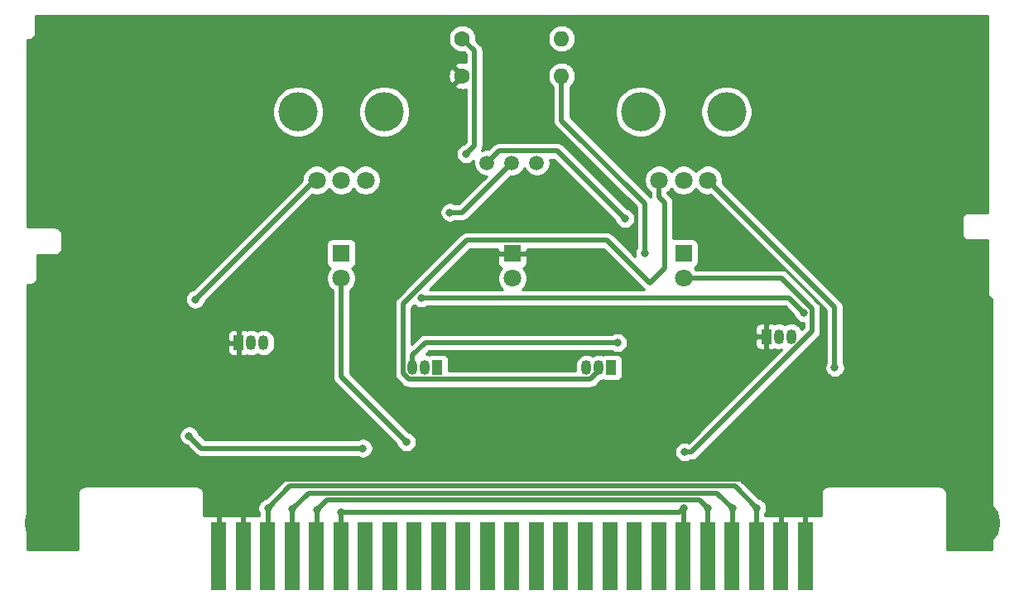
<source format=gbr>
G04 #@! TF.GenerationSoftware,KiCad,Pcbnew,(5.1.7)-1*
G04 #@! TF.CreationDate,2021-08-29T20:02:24-05:00*
G04 #@! TF.ProjectId,ConsolePedalShakeSMT,436f6e73-6f6c-4655-9065-64616c536861,rev?*
G04 #@! TF.SameCoordinates,Original*
G04 #@! TF.FileFunction,Copper,L2,Bot*
G04 #@! TF.FilePolarity,Positive*
%FSLAX46Y46*%
G04 Gerber Fmt 4.6, Leading zero omitted, Abs format (unit mm)*
G04 Created by KiCad (PCBNEW (5.1.7)-1) date 2021-08-29 20:02:24*
%MOMM*%
%LPD*%
G01*
G04 APERTURE LIST*
G04 #@! TA.AperFunction,ComponentPad*
%ADD10C,1.500000*%
G04 #@! TD*
G04 #@! TA.AperFunction,ComponentPad*
%ADD11R,1.800000X1.800000*%
G04 #@! TD*
G04 #@! TA.AperFunction,ComponentPad*
%ADD12C,1.800000*%
G04 #@! TD*
G04 #@! TA.AperFunction,ConnectorPad*
%ADD13R,1.500000X7.000000*%
G04 #@! TD*
G04 #@! TA.AperFunction,ComponentPad*
%ADD14C,5.000000*%
G04 #@! TD*
G04 #@! TA.AperFunction,ComponentPad*
%ADD15C,1.600000*%
G04 #@! TD*
G04 #@! TA.AperFunction,ComponentPad*
%ADD16O,1.600000X1.600000*%
G04 #@! TD*
G04 #@! TA.AperFunction,ComponentPad*
%ADD17R,1.050000X1.500000*%
G04 #@! TD*
G04 #@! TA.AperFunction,ComponentPad*
%ADD18O,1.050000X1.500000*%
G04 #@! TD*
G04 #@! TA.AperFunction,WasherPad*
%ADD19C,4.000000*%
G04 #@! TD*
G04 #@! TA.AperFunction,ViaPad*
%ADD20C,0.800000*%
G04 #@! TD*
G04 #@! TA.AperFunction,Conductor*
%ADD21C,0.500000*%
G04 #@! TD*
G04 #@! TA.AperFunction,Conductor*
%ADD22C,0.254000*%
G04 #@! TD*
G04 #@! TA.AperFunction,Conductor*
%ADD23C,0.100000*%
G04 #@! TD*
G04 APERTURE END LIST*
D10*
G04 #@! TO.P,SW1,3*
G04 #@! TO.N,Net-(R13-Pad1)*
X135255000Y-85725000D03*
G04 #@! TO.P,SW1,1*
G04 #@! TO.N,Net-(C7-Pad2)*
X130175000Y-85725000D03*
G04 #@! TO.P,SW1,2*
G04 #@! TO.N,Net-(C8-Pad2)*
X132715000Y-85725000D03*
G04 #@! TD*
D11*
G04 #@! TO.P,D1,1*
G04 #@! TO.N,Net-(D1-Pad1)*
X115250000Y-95000000D03*
D12*
G04 #@! TO.P,D1,2*
G04 #@! TO.N,/LEDPower*
X115250000Y-97540000D03*
G04 #@! TD*
G04 #@! TO.P,D2,2*
G04 #@! TO.N,/LEDPower*
X150250000Y-97540000D03*
D11*
G04 #@! TO.P,D2,1*
G04 #@! TO.N,Net-(D1-Pad1)*
X150250000Y-95000000D03*
G04 #@! TD*
D13*
G04 #@! TO.P,J1,26*
G04 #@! TO.N,GND*
X102715000Y-126000000D03*
G04 #@! TO.P,J1,27*
X105215000Y-126000000D03*
G04 #@! TO.P,J1,28*
G04 #@! TO.N,/Input*
X107715000Y-126000000D03*
G04 #@! TO.P,J1,29*
G04 #@! TO.N,/Output*
X110215000Y-126000000D03*
G04 #@! TO.P,J1,30*
G04 #@! TO.N,+9V*
X112715000Y-126000000D03*
G04 #@! TO.P,J1,31*
G04 #@! TO.N,/LEDPower*
X115215000Y-126000000D03*
G04 #@! TO.P,J1,32*
G04 #@! TO.N,N/C*
X117715000Y-126000000D03*
G04 #@! TO.P,J1,33*
X120215000Y-126000000D03*
G04 #@! TO.P,J1,34*
X122715000Y-126000000D03*
G04 #@! TO.P,J1,35*
X125215000Y-126000000D03*
G04 #@! TO.P,J1,36*
X127715000Y-126000000D03*
G04 #@! TO.P,J1,37*
X130215000Y-126000000D03*
G04 #@! TO.P,J1,38*
X132715000Y-126000000D03*
G04 #@! TO.P,J1,39*
X135215000Y-126000000D03*
G04 #@! TO.P,J1,40*
X137715000Y-126000000D03*
G04 #@! TO.P,J1,41*
X140215000Y-126000000D03*
G04 #@! TO.P,J1,42*
X142715000Y-126000000D03*
G04 #@! TO.P,J1,43*
X145215000Y-126000000D03*
G04 #@! TO.P,J1,44*
X147715000Y-126000000D03*
G04 #@! TO.P,J1,45*
G04 #@! TO.N,/LEDPower*
X150215000Y-126000000D03*
G04 #@! TO.P,J1,46*
G04 #@! TO.N,+9V*
X152715000Y-126000000D03*
G04 #@! TO.P,J1,47*
G04 #@! TO.N,/Output*
X155215000Y-126000000D03*
G04 #@! TO.P,J1,48*
G04 #@! TO.N,/Input*
X157715000Y-126000000D03*
G04 #@! TO.P,J1,49*
G04 #@! TO.N,GND*
X160215000Y-126000000D03*
G04 #@! TO.P,J1,50*
X162715000Y-126000000D03*
G04 #@! TD*
D14*
G04 #@! TO.P,H1,1*
G04 #@! TO.N,GND*
X85350000Y-122600000D03*
G04 #@! TD*
G04 #@! TO.P,H2,1*
G04 #@! TO.N,GND*
X180150000Y-122600000D03*
G04 #@! TD*
D15*
G04 #@! TO.P,R20,1*
G04 #@! TO.N,GND*
X127635000Y-76835000D03*
D16*
G04 #@! TO.P,R20,2*
G04 #@! TO.N,Net-(D1-Pad1)*
X137795000Y-76835000D03*
G04 #@! TD*
D11*
G04 #@! TO.P,D3,1*
G04 #@! TO.N,GND*
X132750000Y-95000000D03*
D12*
G04 #@! TO.P,D3,2*
G04 #@! TO.N,Net-(D3-Pad2)*
X132750000Y-97540000D03*
G04 #@! TD*
D17*
G04 #@! TO.P,Q1,1*
G04 #@! TO.N,Net-(Q1-Pad1)*
X125095000Y-106680000D03*
D18*
G04 #@! TO.P,Q1,3*
G04 #@! TO.N,Net-(C4-Pad1)*
X122555000Y-106680000D03*
G04 #@! TO.P,Q1,2*
G04 #@! TO.N,Net-(C2-Pad1)*
X123825000Y-106680000D03*
G04 #@! TD*
D17*
G04 #@! TO.P,Q2,1*
G04 #@! TO.N,GND*
X104775000Y-104140000D03*
D18*
G04 #@! TO.P,Q2,3*
G04 #@! TO.N,Net-(C2-Pad2)*
X107315000Y-104140000D03*
G04 #@! TO.P,Q2,2*
G04 #@! TO.N,Net-(C5-Pad1)*
X106045000Y-104140000D03*
G04 #@! TD*
G04 #@! TO.P,Q3,2*
G04 #@! TO.N,Net-(C10-Pad1)*
X141605000Y-106680000D03*
G04 #@! TO.P,Q3,3*
G04 #@! TO.N,+9V*
X140335000Y-106680000D03*
D17*
G04 #@! TO.P,Q3,1*
G04 #@! TO.N,Net-(Q3-Pad1)*
X142875000Y-106680000D03*
G04 #@! TD*
D18*
G04 #@! TO.P,Q4,2*
G04 #@! TO.N,Net-(Q3-Pad1)*
X160020000Y-103505000D03*
G04 #@! TO.P,Q4,3*
G04 #@! TO.N,Net-(C5-Pad2)*
X161290000Y-103505000D03*
D17*
G04 #@! TO.P,Q4,1*
G04 #@! TO.N,GND*
X158750000Y-103505000D03*
G04 #@! TD*
D15*
G04 #@! TO.P,R19,1*
G04 #@! TO.N,Net-(D3-Pad2)*
X127635000Y-73025000D03*
D16*
G04 #@! TO.P,R19,2*
G04 #@! TO.N,Net-(C5-Pad2)*
X137795000Y-73025000D03*
G04 #@! TD*
D19*
G04 #@! TO.P,RV1,*
G04 #@! TO.N,*
X119650000Y-80500000D03*
X110850000Y-80500000D03*
D12*
G04 #@! TO.P,RV1,1*
G04 #@! TO.N,Net-(R9-Pad2)*
X117750000Y-87500000D03*
G04 #@! TO.P,RV1,2*
G04 #@! TO.N,Net-(C5-Pad1)*
X115250000Y-87500000D03*
G04 #@! TO.P,RV1,3*
X112750000Y-87500000D03*
G04 #@! TD*
G04 #@! TO.P,RV2,3*
G04 #@! TO.N,Net-(C10-Pad1)*
X147750000Y-87500000D03*
G04 #@! TO.P,RV2,2*
X150250000Y-87500000D03*
G04 #@! TO.P,RV2,1*
G04 #@! TO.N,Net-(R16-Pad1)*
X152750000Y-87500000D03*
D19*
G04 #@! TO.P,RV2,*
G04 #@! TO.N,*
X145850000Y-80500000D03*
X154650000Y-80500000D03*
G04 #@! TD*
D20*
G04 #@! TO.N,GND*
X105250000Y-120979000D03*
X160250000Y-120988000D03*
X102750000Y-121038000D03*
X162750000Y-120967000D03*
X103632000Y-99060000D03*
X125984000Y-88392000D03*
X132588000Y-92456000D03*
X138176000Y-88392000D03*
X140716000Y-81788000D03*
X144780000Y-84328000D03*
X155448000Y-104648000D03*
X161544000Y-106680000D03*
X139700000Y-112268000D03*
X126492000Y-111252000D03*
X129032000Y-101092000D03*
G04 #@! TO.N,/LEDPower*
X115250000Y-121454000D03*
X150250000Y-121073000D03*
X150368000Y-115316000D03*
X121920000Y-114300000D03*
G04 #@! TO.N,/Input*
X107750000Y-121066000D03*
X157750000Y-121066000D03*
G04 #@! TO.N,/Output*
X110250000Y-121195000D03*
X155250000Y-121068000D03*
G04 #@! TO.N,+9V*
X112750000Y-121235000D03*
X152750000Y-121108000D03*
X117475000Y-114935000D03*
X99695000Y-113665000D03*
G04 #@! TO.N,Net-(D1-Pad1)*
X146304000Y-94996000D03*
G04 #@! TO.N,Net-(C7-Pad2)*
X144272000Y-91440000D03*
G04 #@! TO.N,Net-(C8-Pad2)*
X126365000Y-90805000D03*
G04 #@! TO.N,Net-(C4-Pad1)*
X143510000Y-104140000D03*
G04 #@! TO.N,Net-(C5-Pad1)*
X100330000Y-99695000D03*
G04 #@! TO.N,Net-(C10-Pad2)*
X162560000Y-101092000D03*
X123444000Y-99568000D03*
G04 #@! TO.N,Net-(D3-Pad2)*
X128016000Y-84836000D03*
G04 #@! TO.N,Net-(R16-Pad1)*
X165735000Y-106680000D03*
G04 #@! TD*
D21*
G04 #@! TO.N,GND*
X105250000Y-126000000D02*
X105250000Y-120979000D01*
X160250000Y-126000000D02*
X160250000Y-120988000D01*
X157384969Y-118122969D02*
X160250000Y-120988000D01*
X108106031Y-118122969D02*
X157384969Y-118122969D01*
X105250000Y-120979000D02*
X108106031Y-118122969D01*
X102750000Y-126000000D02*
X102750000Y-121038000D01*
X162750000Y-120967000D02*
X162750000Y-126000000D01*
X162729000Y-120988000D02*
X162750000Y-120967000D01*
X160250000Y-120988000D02*
X162729000Y-120988000D01*
X105191000Y-121038000D02*
X105250000Y-120979000D01*
X102750000Y-121038000D02*
X105191000Y-121038000D01*
G04 #@! TO.N,/LEDPower*
X115250000Y-126000000D02*
X115250000Y-121454000D01*
X150250000Y-121073000D02*
X150250000Y-126000000D01*
X149869000Y-121454000D02*
X150250000Y-121073000D01*
X115250000Y-121454000D02*
X149869000Y-121454000D01*
X160266002Y-97540000D02*
X150250000Y-97540000D01*
X163410001Y-100683999D02*
X160266002Y-97540000D01*
X163410001Y-102988871D02*
X163410001Y-100683999D01*
X151082872Y-115316000D02*
X163410001Y-102988871D01*
X150368000Y-115316000D02*
X151082872Y-115316000D01*
X115250000Y-107630000D02*
X115250000Y-97540000D01*
X121920000Y-114300000D02*
X115250000Y-107630000D01*
G04 #@! TO.N,/Input*
X107750000Y-121066000D02*
X107750000Y-126000000D01*
X157750000Y-121066000D02*
X157750000Y-126000000D01*
X155506979Y-118822979D02*
X157750000Y-121066000D01*
X109993021Y-118822979D02*
X155506979Y-118822979D01*
X107750000Y-121066000D02*
X109993021Y-118822979D01*
G04 #@! TO.N,/Output*
X110250000Y-121195000D02*
X110250000Y-126000000D01*
X155250000Y-121068000D02*
X155250000Y-126000000D01*
X153704989Y-119522989D02*
X155250000Y-121068000D01*
X111922011Y-119522989D02*
X153704989Y-119522989D01*
X110250000Y-121195000D02*
X111922011Y-119522989D01*
G04 #@! TO.N,+9V*
X112750000Y-121235000D02*
X112750000Y-126000000D01*
X152750000Y-121108000D02*
X152750000Y-126000000D01*
X151864999Y-120222999D02*
X152750000Y-121108000D01*
X113762001Y-120222999D02*
X151864999Y-120222999D01*
X112750000Y-121235000D02*
X113762001Y-120222999D01*
X100965000Y-114935000D02*
X99695000Y-113665000D01*
X117475000Y-114935000D02*
X100965000Y-114935000D01*
G04 #@! TO.N,Net-(D1-Pad1)*
X137795000Y-81407000D02*
X137795000Y-76835000D01*
X146304000Y-89916000D02*
X137795000Y-81407000D01*
X146304000Y-94996000D02*
X146304000Y-89916000D01*
G04 #@! TO.N,Net-(C7-Pad2)*
X131375001Y-84524999D02*
X130175000Y-85725000D01*
X137356999Y-84524999D02*
X131375001Y-84524999D01*
X144272000Y-91440000D02*
X137356999Y-84524999D01*
G04 #@! TO.N,Net-(C8-Pad2)*
X127635000Y-90805000D02*
X132715000Y-85725000D01*
X126365000Y-90805000D02*
X127635000Y-90805000D01*
G04 #@! TO.N,Net-(C4-Pad1)*
X123845000Y-104140000D02*
X122555000Y-105430000D01*
X122555000Y-105430000D02*
X122555000Y-106680000D01*
X143510000Y-104140000D02*
X123845000Y-104140000D01*
G04 #@! TO.N,Net-(C5-Pad1)*
X112525000Y-87500000D02*
X112750000Y-87500000D01*
X100330000Y-99695000D02*
X112525000Y-87500000D01*
G04 #@! TO.N,Net-(C10-Pad2)*
X161036000Y-99568000D02*
X123444000Y-99568000D01*
X162560000Y-101092000D02*
X161036000Y-99568000D01*
G04 #@! TO.N,Net-(C10-Pad1)*
X147750000Y-89220002D02*
X148336000Y-89806002D01*
X147750000Y-87500000D02*
X147750000Y-89220002D01*
X148336000Y-89806002D02*
X148336000Y-96520000D01*
X148336000Y-96520000D02*
X146812000Y-98044000D01*
X141605000Y-107013872D02*
X141605000Y-106680000D01*
X140738862Y-107880010D02*
X141605000Y-107013872D01*
X122151138Y-107880010D02*
X140738862Y-107880010D01*
X121579990Y-107308862D02*
X122151138Y-107880010D01*
X128103999Y-93649999D02*
X121579990Y-100174008D01*
X142417999Y-93649999D02*
X128103999Y-93649999D01*
X121579990Y-100174008D02*
X121579990Y-107308862D01*
X146812000Y-98044000D02*
X142417999Y-93649999D01*
G04 #@! TO.N,Net-(D3-Pad2)*
X128885001Y-74275001D02*
X127635000Y-73025000D01*
X128885001Y-83966999D02*
X128885001Y-74275001D01*
X128016000Y-84836000D02*
X128885001Y-83966999D01*
G04 #@! TO.N,Net-(R16-Pad1)*
X165735000Y-100485000D02*
X152750000Y-87500000D01*
X165735000Y-106680000D02*
X165735000Y-100485000D01*
G04 #@! TD*
D22*
G04 #@! TO.N,GND*
X181323001Y-90823000D02*
X179433252Y-90823000D01*
X179400000Y-90819725D01*
X179366748Y-90823000D01*
X179267285Y-90832796D01*
X179139670Y-90871508D01*
X179022059Y-90934372D01*
X178918973Y-91018973D01*
X178834372Y-91122059D01*
X178771508Y-91239670D01*
X178732796Y-91367285D01*
X178719725Y-91500000D01*
X178723001Y-91533262D01*
X178723000Y-92966747D01*
X178719725Y-93000000D01*
X178732796Y-93132715D01*
X178771508Y-93260330D01*
X178834372Y-93377941D01*
X178918973Y-93481027D01*
X179022059Y-93565628D01*
X179139670Y-93628492D01*
X179267285Y-93667204D01*
X179400000Y-93680275D01*
X179433252Y-93677000D01*
X181323000Y-93677000D01*
X181323001Y-98966738D01*
X181319725Y-99000000D01*
X181332796Y-99132715D01*
X181371508Y-99260330D01*
X181434372Y-99377941D01*
X181518973Y-99481027D01*
X181622059Y-99565628D01*
X181739670Y-99628492D01*
X181823001Y-99653770D01*
X181823000Y-125323000D01*
X177177000Y-125323000D01*
X177177000Y-119533252D01*
X177180275Y-119500000D01*
X177167204Y-119367285D01*
X177128492Y-119239670D01*
X177065628Y-119122059D01*
X176981027Y-119018973D01*
X176877941Y-118934372D01*
X176760330Y-118871508D01*
X176632715Y-118832796D01*
X176533252Y-118823000D01*
X176500000Y-118819725D01*
X176466748Y-118823000D01*
X165033252Y-118823000D01*
X165000000Y-118819725D01*
X164966748Y-118823000D01*
X164867285Y-118832796D01*
X164739670Y-118871508D01*
X164622059Y-118934372D01*
X164518973Y-119018973D01*
X164434372Y-119122059D01*
X164371508Y-119239670D01*
X164332796Y-119367285D01*
X164319725Y-119500000D01*
X164323001Y-119533262D01*
X164323001Y-121793000D01*
X158627000Y-121793000D01*
X158627000Y-121602027D01*
X158660115Y-121552467D01*
X158737533Y-121365565D01*
X158777000Y-121167151D01*
X158777000Y-120964849D01*
X158737533Y-120766435D01*
X158660115Y-120579533D01*
X158547723Y-120411326D01*
X158404674Y-120268277D01*
X158236467Y-120155885D01*
X158049565Y-120078467D01*
X157991103Y-120066838D01*
X156157576Y-118233311D01*
X156130112Y-118199846D01*
X155996571Y-118090252D01*
X155844216Y-118008817D01*
X155678901Y-117958669D01*
X155550058Y-117945979D01*
X155506979Y-117941736D01*
X155463900Y-117945979D01*
X110036100Y-117945979D01*
X109993021Y-117941736D01*
X109821098Y-117958669D01*
X109655784Y-118008817D01*
X109503429Y-118090252D01*
X109369888Y-118199846D01*
X109342424Y-118233311D01*
X107508897Y-120066838D01*
X107450435Y-120078467D01*
X107263533Y-120155885D01*
X107095326Y-120268277D01*
X106952277Y-120411326D01*
X106839885Y-120579533D01*
X106762467Y-120766435D01*
X106723000Y-120964849D01*
X106723000Y-121167151D01*
X106762467Y-121365565D01*
X106839885Y-121552467D01*
X106873000Y-121602027D01*
X106873000Y-121793000D01*
X101177000Y-121793000D01*
X101177000Y-119533252D01*
X101180275Y-119500000D01*
X101167204Y-119367285D01*
X101128492Y-119239670D01*
X101065628Y-119122059D01*
X100981027Y-119018973D01*
X100877941Y-118934372D01*
X100760330Y-118871508D01*
X100632715Y-118832796D01*
X100533252Y-118823000D01*
X100500000Y-118819725D01*
X100466748Y-118823000D01*
X89033252Y-118823000D01*
X89000000Y-118819725D01*
X88966748Y-118823000D01*
X88867285Y-118832796D01*
X88739670Y-118871508D01*
X88622059Y-118934372D01*
X88518973Y-119018973D01*
X88434372Y-119122059D01*
X88371508Y-119239670D01*
X88332796Y-119367285D01*
X88319725Y-119500000D01*
X88323000Y-119533252D01*
X88323001Y-125323000D01*
X83177000Y-125323000D01*
X83177000Y-113563849D01*
X98668000Y-113563849D01*
X98668000Y-113766151D01*
X98707467Y-113964565D01*
X98784885Y-114151467D01*
X98897277Y-114319674D01*
X99040326Y-114462723D01*
X99208533Y-114575115D01*
X99395435Y-114652533D01*
X99453897Y-114664162D01*
X100314403Y-115524668D01*
X100341867Y-115558133D01*
X100475408Y-115667727D01*
X100627763Y-115749162D01*
X100793078Y-115799310D01*
X100921921Y-115812000D01*
X100921930Y-115812000D01*
X100964999Y-115816242D01*
X101008069Y-115812000D01*
X116938973Y-115812000D01*
X116988533Y-115845115D01*
X117175435Y-115922533D01*
X117373849Y-115962000D01*
X117576151Y-115962000D01*
X117774565Y-115922533D01*
X117961467Y-115845115D01*
X118129674Y-115732723D01*
X118272723Y-115589674D01*
X118385115Y-115421467D01*
X118462533Y-115234565D01*
X118502000Y-115036151D01*
X118502000Y-114833849D01*
X118462533Y-114635435D01*
X118385115Y-114448533D01*
X118272723Y-114280326D01*
X118129674Y-114137277D01*
X117961467Y-114024885D01*
X117774565Y-113947467D01*
X117576151Y-113908000D01*
X117373849Y-113908000D01*
X117175435Y-113947467D01*
X116988533Y-114024885D01*
X116938973Y-114058000D01*
X101328265Y-114058000D01*
X100694162Y-113423897D01*
X100682533Y-113365435D01*
X100605115Y-113178533D01*
X100492723Y-113010326D01*
X100349674Y-112867277D01*
X100181467Y-112754885D01*
X99994565Y-112677467D01*
X99796151Y-112638000D01*
X99593849Y-112638000D01*
X99395435Y-112677467D01*
X99208533Y-112754885D01*
X99040326Y-112867277D01*
X98897277Y-113010326D01*
X98784885Y-113178533D01*
X98707467Y-113365435D01*
X98668000Y-113563849D01*
X83177000Y-113563849D01*
X83177000Y-104890000D01*
X103611928Y-104890000D01*
X103624188Y-105014482D01*
X103660498Y-105134180D01*
X103719463Y-105244494D01*
X103798815Y-105341185D01*
X103895506Y-105420537D01*
X104005820Y-105479502D01*
X104125518Y-105515812D01*
X104250000Y-105528072D01*
X104489250Y-105525000D01*
X104648000Y-105366250D01*
X104648000Y-104267000D01*
X103773750Y-104267000D01*
X103615000Y-104425750D01*
X103611928Y-104890000D01*
X83177000Y-104890000D01*
X83177000Y-103390000D01*
X103611928Y-103390000D01*
X103615000Y-103854250D01*
X103773750Y-104013000D01*
X104648000Y-104013000D01*
X104648000Y-103858406D01*
X104893000Y-103858406D01*
X104893000Y-104421595D01*
X104902000Y-104512975D01*
X104902000Y-105366250D01*
X105060750Y-105525000D01*
X105300000Y-105528072D01*
X105424482Y-105515812D01*
X105544180Y-105479502D01*
X105618879Y-105439574D01*
X105819170Y-105500332D01*
X106045000Y-105522574D01*
X106270831Y-105500332D01*
X106487984Y-105434459D01*
X106680001Y-105331825D01*
X106872017Y-105434459D01*
X107089170Y-105500332D01*
X107315000Y-105522574D01*
X107540831Y-105500332D01*
X107757984Y-105434459D01*
X107958114Y-105327488D01*
X108133528Y-105183528D01*
X108277488Y-105008114D01*
X108384459Y-104807983D01*
X108450332Y-104590830D01*
X108467000Y-104421594D01*
X108467000Y-103858405D01*
X108450332Y-103689169D01*
X108384459Y-103472016D01*
X108277488Y-103271886D01*
X108133528Y-103096472D01*
X107958113Y-102952512D01*
X107757983Y-102845541D01*
X107540830Y-102779668D01*
X107315000Y-102757426D01*
X107089169Y-102779668D01*
X106872016Y-102845541D01*
X106679999Y-102948175D01*
X106487983Y-102845541D01*
X106270830Y-102779668D01*
X106045000Y-102757426D01*
X105819169Y-102779668D01*
X105618878Y-102840426D01*
X105544180Y-102800498D01*
X105424482Y-102764188D01*
X105300000Y-102751928D01*
X105060750Y-102755000D01*
X104902000Y-102913750D01*
X104902000Y-103767026D01*
X104893000Y-103858406D01*
X104648000Y-103858406D01*
X104648000Y-102913750D01*
X104489250Y-102755000D01*
X104250000Y-102751928D01*
X104125518Y-102764188D01*
X104005820Y-102800498D01*
X103895506Y-102859463D01*
X103798815Y-102938815D01*
X103719463Y-103035506D01*
X103660498Y-103145820D01*
X103624188Y-103265518D01*
X103611928Y-103390000D01*
X83177000Y-103390000D01*
X83177000Y-99593849D01*
X99303000Y-99593849D01*
X99303000Y-99796151D01*
X99342467Y-99994565D01*
X99419885Y-100181467D01*
X99532277Y-100349674D01*
X99675326Y-100492723D01*
X99843533Y-100605115D01*
X100030435Y-100682533D01*
X100228849Y-100722000D01*
X100431151Y-100722000D01*
X100629565Y-100682533D01*
X100816467Y-100605115D01*
X100984674Y-100492723D01*
X101127723Y-100349674D01*
X101240115Y-100181467D01*
X101317533Y-99994565D01*
X101329162Y-99936103D01*
X107165265Y-94100000D01*
X113719967Y-94100000D01*
X113719967Y-95900000D01*
X113732073Y-96022913D01*
X113767925Y-96141103D01*
X113826147Y-96250028D01*
X113904499Y-96345501D01*
X113999972Y-96423853D01*
X114108897Y-96482075D01*
X114139221Y-96491274D01*
X114063901Y-96566594D01*
X113896790Y-96816694D01*
X113781681Y-97094590D01*
X113723000Y-97389604D01*
X113723000Y-97690396D01*
X113781681Y-97985410D01*
X113896790Y-98263306D01*
X114063901Y-98513406D01*
X114276594Y-98726099D01*
X114373001Y-98790516D01*
X114373000Y-107586920D01*
X114368757Y-107630000D01*
X114385690Y-107801922D01*
X114409378Y-107880009D01*
X114435838Y-107967236D01*
X114517273Y-108119591D01*
X114626867Y-108253133D01*
X114660332Y-108280597D01*
X120920838Y-114541103D01*
X120932467Y-114599565D01*
X121009885Y-114786467D01*
X121122277Y-114954674D01*
X121265326Y-115097723D01*
X121433533Y-115210115D01*
X121620435Y-115287533D01*
X121818849Y-115327000D01*
X122021151Y-115327000D01*
X122219565Y-115287533D01*
X122406467Y-115210115D01*
X122574674Y-115097723D01*
X122717723Y-114954674D01*
X122830115Y-114786467D01*
X122907533Y-114599565D01*
X122947000Y-114401151D01*
X122947000Y-114198849D01*
X122907533Y-114000435D01*
X122830115Y-113813533D01*
X122717723Y-113645326D01*
X122574674Y-113502277D01*
X122406467Y-113389885D01*
X122219565Y-113312467D01*
X122161103Y-113300838D01*
X116127000Y-107266735D01*
X116127000Y-100174008D01*
X120698747Y-100174008D01*
X120702990Y-100217088D01*
X120702991Y-107265772D01*
X120698747Y-107308862D01*
X120715680Y-107480784D01*
X120765828Y-107646098D01*
X120847264Y-107798454D01*
X120929396Y-107898533D01*
X120929399Y-107898536D01*
X120956858Y-107931995D01*
X120990318Y-107959455D01*
X121500537Y-108469673D01*
X121528005Y-108503143D01*
X121661546Y-108612737D01*
X121813901Y-108694172D01*
X121979216Y-108744320D01*
X122108059Y-108757010D01*
X122108068Y-108757010D01*
X122151137Y-108761252D01*
X122194207Y-108757010D01*
X140695783Y-108757010D01*
X140738862Y-108761253D01*
X140781941Y-108757010D01*
X140910784Y-108744320D01*
X141076099Y-108694172D01*
X141228454Y-108612737D01*
X141361995Y-108503143D01*
X141389458Y-108469679D01*
X141817492Y-108041646D01*
X141830830Y-108040332D01*
X142041948Y-107976290D01*
X142108897Y-108012075D01*
X142227087Y-108047927D01*
X142350000Y-108060033D01*
X143400000Y-108060033D01*
X143522913Y-108047927D01*
X143641103Y-108012075D01*
X143750028Y-107953853D01*
X143845501Y-107875501D01*
X143923853Y-107780028D01*
X143982075Y-107671103D01*
X144017927Y-107552913D01*
X144030033Y-107430000D01*
X144030033Y-105930000D01*
X144017927Y-105807087D01*
X143982075Y-105688897D01*
X143923853Y-105579972D01*
X143845501Y-105484499D01*
X143750028Y-105406147D01*
X143641103Y-105347925D01*
X143522913Y-105312073D01*
X143400000Y-105299967D01*
X142350000Y-105299967D01*
X142227087Y-105312073D01*
X142108897Y-105347925D01*
X142041948Y-105383710D01*
X141830831Y-105319668D01*
X141605000Y-105297426D01*
X141379170Y-105319668D01*
X141162017Y-105385541D01*
X140970001Y-105488175D01*
X140777984Y-105385541D01*
X140560831Y-105319668D01*
X140335000Y-105297426D01*
X140109170Y-105319668D01*
X139892017Y-105385541D01*
X139691887Y-105492512D01*
X139516473Y-105636472D01*
X139372513Y-105811886D01*
X139265541Y-106012016D01*
X139199668Y-106229169D01*
X139183000Y-106398405D01*
X139183000Y-106961594D01*
X139187079Y-107003010D01*
X126250033Y-107003010D01*
X126250033Y-105930000D01*
X126237927Y-105807087D01*
X126202075Y-105688897D01*
X126143853Y-105579972D01*
X126065501Y-105484499D01*
X125970028Y-105406147D01*
X125861103Y-105347925D01*
X125742913Y-105312073D01*
X125620000Y-105299967D01*
X124570000Y-105299967D01*
X124447087Y-105312073D01*
X124328897Y-105347925D01*
X124261948Y-105383710D01*
X124050831Y-105319668D01*
X123918619Y-105306646D01*
X124208265Y-105017000D01*
X142973973Y-105017000D01*
X143023533Y-105050115D01*
X143210435Y-105127533D01*
X143408849Y-105167000D01*
X143611151Y-105167000D01*
X143809565Y-105127533D01*
X143996467Y-105050115D01*
X144164674Y-104937723D01*
X144307723Y-104794674D01*
X144420115Y-104626467D01*
X144497533Y-104439565D01*
X144534245Y-104255000D01*
X157586928Y-104255000D01*
X157599188Y-104379482D01*
X157635498Y-104499180D01*
X157694463Y-104609494D01*
X157773815Y-104706185D01*
X157870506Y-104785537D01*
X157980820Y-104844502D01*
X158100518Y-104880812D01*
X158225000Y-104893072D01*
X158464250Y-104890000D01*
X158623000Y-104731250D01*
X158623000Y-103632000D01*
X157748750Y-103632000D01*
X157590000Y-103790750D01*
X157586928Y-104255000D01*
X144534245Y-104255000D01*
X144537000Y-104241151D01*
X144537000Y-104038849D01*
X144497533Y-103840435D01*
X144420115Y-103653533D01*
X144307723Y-103485326D01*
X144164674Y-103342277D01*
X143996467Y-103229885D01*
X143809565Y-103152467D01*
X143611151Y-103113000D01*
X143408849Y-103113000D01*
X143210435Y-103152467D01*
X143023533Y-103229885D01*
X142973973Y-103263000D01*
X123888069Y-103263000D01*
X123844999Y-103258758D01*
X123801930Y-103263000D01*
X123801921Y-103263000D01*
X123673078Y-103275690D01*
X123507763Y-103325838D01*
X123355408Y-103407273D01*
X123221867Y-103516867D01*
X123194403Y-103550332D01*
X122456990Y-104287745D01*
X122456990Y-102755000D01*
X157586928Y-102755000D01*
X157590000Y-103219250D01*
X157748750Y-103378000D01*
X158623000Y-103378000D01*
X158623000Y-102278750D01*
X158464250Y-102120000D01*
X158225000Y-102116928D01*
X158100518Y-102129188D01*
X157980820Y-102165498D01*
X157870506Y-102224463D01*
X157773815Y-102303815D01*
X157694463Y-102400506D01*
X157635498Y-102510820D01*
X157599188Y-102630518D01*
X157586928Y-102755000D01*
X122456990Y-102755000D01*
X122456990Y-100537273D01*
X122708933Y-100285330D01*
X122789326Y-100365723D01*
X122957533Y-100478115D01*
X123144435Y-100555533D01*
X123342849Y-100595000D01*
X123545151Y-100595000D01*
X123743565Y-100555533D01*
X123930467Y-100478115D01*
X123980027Y-100445000D01*
X160672735Y-100445000D01*
X161560838Y-101333103D01*
X161572467Y-101391565D01*
X161649885Y-101578467D01*
X161762277Y-101746674D01*
X161905326Y-101889723D01*
X162073533Y-102002115D01*
X162260435Y-102079533D01*
X162458849Y-102119000D01*
X162533001Y-102119000D01*
X162533001Y-102625605D01*
X162346268Y-102812338D01*
X162252488Y-102636886D01*
X162108528Y-102461472D01*
X161933113Y-102317512D01*
X161732983Y-102210541D01*
X161515830Y-102144668D01*
X161290000Y-102122426D01*
X161064169Y-102144668D01*
X160847016Y-102210541D01*
X160655000Y-102313175D01*
X160462983Y-102210541D01*
X160245830Y-102144668D01*
X160020000Y-102122426D01*
X159794169Y-102144668D01*
X159593878Y-102205426D01*
X159519180Y-102165498D01*
X159399482Y-102129188D01*
X159275000Y-102116928D01*
X159035750Y-102120000D01*
X158877000Y-102278750D01*
X158877000Y-103132026D01*
X158868000Y-103223406D01*
X158868000Y-103786595D01*
X158877000Y-103877975D01*
X158877000Y-104731250D01*
X159035750Y-104890000D01*
X159275000Y-104893072D01*
X159399482Y-104880812D01*
X159519180Y-104844502D01*
X159593879Y-104804574D01*
X159794170Y-104865332D01*
X160020000Y-104887574D01*
X160245831Y-104865332D01*
X160313933Y-104844673D01*
X150782523Y-114376084D01*
X150667565Y-114328467D01*
X150469151Y-114289000D01*
X150266849Y-114289000D01*
X150068435Y-114328467D01*
X149881533Y-114405885D01*
X149713326Y-114518277D01*
X149570277Y-114661326D01*
X149457885Y-114829533D01*
X149380467Y-115016435D01*
X149341000Y-115214849D01*
X149341000Y-115417151D01*
X149380467Y-115615565D01*
X149457885Y-115802467D01*
X149570277Y-115970674D01*
X149713326Y-116113723D01*
X149881533Y-116226115D01*
X150068435Y-116303533D01*
X150266849Y-116343000D01*
X150469151Y-116343000D01*
X150667565Y-116303533D01*
X150854467Y-116226115D01*
X150904027Y-116193000D01*
X151039793Y-116193000D01*
X151082872Y-116197243D01*
X151125951Y-116193000D01*
X151254794Y-116180310D01*
X151420109Y-116130162D01*
X151572464Y-116048727D01*
X151706005Y-115939133D01*
X151733469Y-115905668D01*
X163999676Y-103639462D01*
X164033134Y-103612004D01*
X164142728Y-103478463D01*
X164224163Y-103326108D01*
X164243307Y-103263000D01*
X164274311Y-103160794D01*
X164291244Y-102988872D01*
X164287001Y-102945792D01*
X164287001Y-100727078D01*
X164291244Y-100683998D01*
X164274311Y-100512076D01*
X164224163Y-100346762D01*
X164142727Y-100194406D01*
X164060595Y-100094327D01*
X164060593Y-100094325D01*
X164033134Y-100060866D01*
X163999675Y-100033407D01*
X160916599Y-96950332D01*
X160889135Y-96916867D01*
X160755594Y-96807273D01*
X160603239Y-96725838D01*
X160437924Y-96675690D01*
X160309081Y-96663000D01*
X160266002Y-96658757D01*
X160222923Y-96663000D01*
X151500515Y-96663000D01*
X151436099Y-96566594D01*
X151360779Y-96491274D01*
X151391103Y-96482075D01*
X151500028Y-96423853D01*
X151595501Y-96345501D01*
X151673853Y-96250028D01*
X151732075Y-96141103D01*
X151767927Y-96022913D01*
X151780033Y-95900000D01*
X151780033Y-94100000D01*
X151767927Y-93977087D01*
X151732075Y-93858897D01*
X151673853Y-93749972D01*
X151595501Y-93654499D01*
X151500028Y-93576147D01*
X151391103Y-93517925D01*
X151272913Y-93482073D01*
X151150000Y-93469967D01*
X149350000Y-93469967D01*
X149227087Y-93482073D01*
X149213000Y-93486346D01*
X149213000Y-89849078D01*
X149217243Y-89806001D01*
X149211144Y-89744077D01*
X149200310Y-89634080D01*
X149150162Y-89468765D01*
X149068727Y-89316410D01*
X148959133Y-89182869D01*
X148925664Y-89155402D01*
X148627000Y-88856737D01*
X148627000Y-88750515D01*
X148723406Y-88686099D01*
X148936099Y-88473406D01*
X149000000Y-88377771D01*
X149063901Y-88473406D01*
X149276594Y-88686099D01*
X149526694Y-88853210D01*
X149804590Y-88968319D01*
X150099604Y-89027000D01*
X150400396Y-89027000D01*
X150695410Y-88968319D01*
X150973306Y-88853210D01*
X151223406Y-88686099D01*
X151436099Y-88473406D01*
X151500000Y-88377771D01*
X151563901Y-88473406D01*
X151776594Y-88686099D01*
X152026694Y-88853210D01*
X152304590Y-88968319D01*
X152599604Y-89027000D01*
X152900396Y-89027000D01*
X153014115Y-89004380D01*
X164858001Y-100848267D01*
X164858000Y-106143973D01*
X164824885Y-106193533D01*
X164747467Y-106380435D01*
X164708000Y-106578849D01*
X164708000Y-106781151D01*
X164747467Y-106979565D01*
X164824885Y-107166467D01*
X164937277Y-107334674D01*
X165080326Y-107477723D01*
X165248533Y-107590115D01*
X165435435Y-107667533D01*
X165633849Y-107707000D01*
X165836151Y-107707000D01*
X166034565Y-107667533D01*
X166221467Y-107590115D01*
X166389674Y-107477723D01*
X166532723Y-107334674D01*
X166645115Y-107166467D01*
X166722533Y-106979565D01*
X166762000Y-106781151D01*
X166762000Y-106578849D01*
X166722533Y-106380435D01*
X166645115Y-106193533D01*
X166612000Y-106143973D01*
X166612000Y-100528076D01*
X166616243Y-100484999D01*
X166602914Y-100349674D01*
X166599310Y-100313078D01*
X166549162Y-100147763D01*
X166467727Y-99995408D01*
X166358133Y-99861867D01*
X166324674Y-99834408D01*
X154254380Y-87764115D01*
X154277000Y-87650396D01*
X154277000Y-87349604D01*
X154218319Y-87054590D01*
X154103210Y-86776694D01*
X153936099Y-86526594D01*
X153723406Y-86313901D01*
X153473306Y-86146790D01*
X153195410Y-86031681D01*
X152900396Y-85973000D01*
X152599604Y-85973000D01*
X152304590Y-86031681D01*
X152026694Y-86146790D01*
X151776594Y-86313901D01*
X151563901Y-86526594D01*
X151500000Y-86622229D01*
X151436099Y-86526594D01*
X151223406Y-86313901D01*
X150973306Y-86146790D01*
X150695410Y-86031681D01*
X150400396Y-85973000D01*
X150099604Y-85973000D01*
X149804590Y-86031681D01*
X149526694Y-86146790D01*
X149276594Y-86313901D01*
X149063901Y-86526594D01*
X149000000Y-86622229D01*
X148936099Y-86526594D01*
X148723406Y-86313901D01*
X148473306Y-86146790D01*
X148195410Y-86031681D01*
X147900396Y-85973000D01*
X147599604Y-85973000D01*
X147304590Y-86031681D01*
X147026694Y-86146790D01*
X146776594Y-86313901D01*
X146563901Y-86526594D01*
X146396790Y-86776694D01*
X146281681Y-87054590D01*
X146223000Y-87349604D01*
X146223000Y-87650396D01*
X146281681Y-87945410D01*
X146396790Y-88223306D01*
X146563901Y-88473406D01*
X146776594Y-88686099D01*
X146873001Y-88750516D01*
X146873001Y-89176913D01*
X146868757Y-89220002D01*
X146870996Y-89242731D01*
X138672000Y-81043735D01*
X138672000Y-80241263D01*
X143223000Y-80241263D01*
X143223000Y-80758737D01*
X143323954Y-81266268D01*
X143521983Y-81744351D01*
X143809476Y-82174615D01*
X144175385Y-82540524D01*
X144605649Y-82828017D01*
X145083732Y-83026046D01*
X145591263Y-83127000D01*
X146108737Y-83127000D01*
X146616268Y-83026046D01*
X147094351Y-82828017D01*
X147524615Y-82540524D01*
X147890524Y-82174615D01*
X148178017Y-81744351D01*
X148376046Y-81266268D01*
X148477000Y-80758737D01*
X148477000Y-80241263D01*
X152023000Y-80241263D01*
X152023000Y-80758737D01*
X152123954Y-81266268D01*
X152321983Y-81744351D01*
X152609476Y-82174615D01*
X152975385Y-82540524D01*
X153405649Y-82828017D01*
X153883732Y-83026046D01*
X154391263Y-83127000D01*
X154908737Y-83127000D01*
X155416268Y-83026046D01*
X155894351Y-82828017D01*
X156324615Y-82540524D01*
X156690524Y-82174615D01*
X156978017Y-81744351D01*
X157176046Y-81266268D01*
X157277000Y-80758737D01*
X157277000Y-80241263D01*
X157176046Y-79733732D01*
X156978017Y-79255649D01*
X156690524Y-78825385D01*
X156324615Y-78459476D01*
X155894351Y-78171983D01*
X155416268Y-77973954D01*
X154908737Y-77873000D01*
X154391263Y-77873000D01*
X153883732Y-77973954D01*
X153405649Y-78171983D01*
X152975385Y-78459476D01*
X152609476Y-78825385D01*
X152321983Y-79255649D01*
X152123954Y-79733732D01*
X152023000Y-80241263D01*
X148477000Y-80241263D01*
X148376046Y-79733732D01*
X148178017Y-79255649D01*
X147890524Y-78825385D01*
X147524615Y-78459476D01*
X147094351Y-78171983D01*
X146616268Y-77973954D01*
X146108737Y-77873000D01*
X145591263Y-77873000D01*
X145083732Y-77973954D01*
X144605649Y-78171983D01*
X144175385Y-78459476D01*
X143809476Y-78825385D01*
X143521983Y-79255649D01*
X143323954Y-79733732D01*
X143223000Y-80241263D01*
X138672000Y-80241263D01*
X138672000Y-77965247D01*
X138704660Y-77943424D01*
X138903424Y-77744660D01*
X139059591Y-77510938D01*
X139167162Y-77251241D01*
X139222000Y-76975547D01*
X139222000Y-76694453D01*
X139167162Y-76418759D01*
X139059591Y-76159062D01*
X138903424Y-75925340D01*
X138704660Y-75726576D01*
X138470938Y-75570409D01*
X138211241Y-75462838D01*
X137935547Y-75408000D01*
X137654453Y-75408000D01*
X137378759Y-75462838D01*
X137119062Y-75570409D01*
X136885340Y-75726576D01*
X136686576Y-75925340D01*
X136530409Y-76159062D01*
X136422838Y-76418759D01*
X136368000Y-76694453D01*
X136368000Y-76975547D01*
X136422838Y-77251241D01*
X136530409Y-77510938D01*
X136686576Y-77744660D01*
X136885340Y-77943424D01*
X136918001Y-77965247D01*
X136918000Y-81363920D01*
X136913757Y-81407000D01*
X136918000Y-81450078D01*
X136930690Y-81578921D01*
X136980838Y-81744236D01*
X137062273Y-81896591D01*
X137171867Y-82030133D01*
X137205332Y-82057597D01*
X145427001Y-90279266D01*
X145427000Y-94459973D01*
X145393885Y-94509533D01*
X145316467Y-94696435D01*
X145277000Y-94894849D01*
X145277000Y-95097151D01*
X145316467Y-95295565D01*
X145325402Y-95317137D01*
X143068596Y-93060331D01*
X143041132Y-93026866D01*
X142907591Y-92917272D01*
X142755236Y-92835837D01*
X142589921Y-92785689D01*
X142461078Y-92772999D01*
X142417999Y-92768756D01*
X142374920Y-92772999D01*
X128147078Y-92772999D01*
X128103998Y-92768756D01*
X127932076Y-92785689D01*
X127766762Y-92835837D01*
X127614407Y-92917272D01*
X127480866Y-93026866D01*
X127453407Y-93060325D01*
X120990322Y-99523411D01*
X120956857Y-99550875D01*
X120847263Y-99684417D01*
X120787540Y-99796151D01*
X120765828Y-99836772D01*
X120715680Y-100002086D01*
X120698747Y-100174008D01*
X116127000Y-100174008D01*
X116127000Y-98790515D01*
X116223406Y-98726099D01*
X116436099Y-98513406D01*
X116603210Y-98263306D01*
X116718319Y-97985410D01*
X116777000Y-97690396D01*
X116777000Y-97389604D01*
X116718319Y-97094590D01*
X116603210Y-96816694D01*
X116436099Y-96566594D01*
X116360779Y-96491274D01*
X116391103Y-96482075D01*
X116500028Y-96423853D01*
X116595501Y-96345501D01*
X116673853Y-96250028D01*
X116732075Y-96141103D01*
X116767927Y-96022913D01*
X116780033Y-95900000D01*
X116780033Y-94100000D01*
X116767927Y-93977087D01*
X116732075Y-93858897D01*
X116673853Y-93749972D01*
X116595501Y-93654499D01*
X116500028Y-93576147D01*
X116391103Y-93517925D01*
X116272913Y-93482073D01*
X116150000Y-93469967D01*
X114350000Y-93469967D01*
X114227087Y-93482073D01*
X114108897Y-93517925D01*
X113999972Y-93576147D01*
X113904499Y-93654499D01*
X113826147Y-93749972D01*
X113767925Y-93858897D01*
X113732073Y-93977087D01*
X113719967Y-94100000D01*
X107165265Y-94100000D01*
X110561416Y-90703849D01*
X125338000Y-90703849D01*
X125338000Y-90906151D01*
X125377467Y-91104565D01*
X125454885Y-91291467D01*
X125567277Y-91459674D01*
X125710326Y-91602723D01*
X125878533Y-91715115D01*
X126065435Y-91792533D01*
X126263849Y-91832000D01*
X126466151Y-91832000D01*
X126664565Y-91792533D01*
X126851467Y-91715115D01*
X126901027Y-91682000D01*
X127591921Y-91682000D01*
X127635000Y-91686243D01*
X127678079Y-91682000D01*
X127806922Y-91669310D01*
X127972237Y-91619162D01*
X128124592Y-91537727D01*
X128258133Y-91428133D01*
X128285597Y-91394668D01*
X132578450Y-87101816D01*
X132579377Y-87102000D01*
X132850623Y-87102000D01*
X133116656Y-87049083D01*
X133367254Y-86945282D01*
X133592787Y-86794586D01*
X133784586Y-86602787D01*
X133935282Y-86377254D01*
X133985000Y-86257224D01*
X134034718Y-86377254D01*
X134185414Y-86602787D01*
X134377213Y-86794586D01*
X134602746Y-86945282D01*
X134853344Y-87049083D01*
X135119377Y-87102000D01*
X135390623Y-87102000D01*
X135656656Y-87049083D01*
X135907254Y-86945282D01*
X136132787Y-86794586D01*
X136324586Y-86602787D01*
X136475282Y-86377254D01*
X136579083Y-86126656D01*
X136632000Y-85860623D01*
X136632000Y-85589377D01*
X136594728Y-85401999D01*
X136993734Y-85401999D01*
X143272838Y-91681103D01*
X143284467Y-91739565D01*
X143361885Y-91926467D01*
X143474277Y-92094674D01*
X143617326Y-92237723D01*
X143785533Y-92350115D01*
X143972435Y-92427533D01*
X144170849Y-92467000D01*
X144373151Y-92467000D01*
X144571565Y-92427533D01*
X144758467Y-92350115D01*
X144926674Y-92237723D01*
X145069723Y-92094674D01*
X145182115Y-91926467D01*
X145259533Y-91739565D01*
X145299000Y-91541151D01*
X145299000Y-91338849D01*
X145259533Y-91140435D01*
X145182115Y-90953533D01*
X145069723Y-90785326D01*
X144926674Y-90642277D01*
X144758467Y-90529885D01*
X144571565Y-90452467D01*
X144513103Y-90440838D01*
X138007596Y-83935331D01*
X137980132Y-83901866D01*
X137846591Y-83792272D01*
X137694236Y-83710837D01*
X137528921Y-83660689D01*
X137400078Y-83647999D01*
X137356999Y-83643756D01*
X137313920Y-83647999D01*
X131418080Y-83647999D01*
X131375001Y-83643756D01*
X131203078Y-83660689D01*
X131037764Y-83710837D01*
X130885409Y-83792272D01*
X130751868Y-83901866D01*
X130724404Y-83935331D01*
X130311551Y-84348184D01*
X130310623Y-84348000D01*
X130039377Y-84348000D01*
X129773344Y-84400917D01*
X129606806Y-84469899D01*
X129617728Y-84456591D01*
X129699163Y-84304236D01*
X129749311Y-84138921D01*
X129762001Y-84010078D01*
X129762001Y-84010077D01*
X129766244Y-83966999D01*
X129762001Y-83923920D01*
X129762001Y-74318070D01*
X129766243Y-74275000D01*
X129762001Y-74231931D01*
X129762001Y-74231922D01*
X129749311Y-74103079D01*
X129699163Y-73937764D01*
X129617728Y-73785409D01*
X129508134Y-73651868D01*
X129474669Y-73624404D01*
X129054337Y-73204072D01*
X129062000Y-73165547D01*
X129062000Y-72884453D01*
X136368000Y-72884453D01*
X136368000Y-73165547D01*
X136422838Y-73441241D01*
X136530409Y-73700938D01*
X136686576Y-73934660D01*
X136885340Y-74133424D01*
X137119062Y-74289591D01*
X137378759Y-74397162D01*
X137654453Y-74452000D01*
X137935547Y-74452000D01*
X138211241Y-74397162D01*
X138470938Y-74289591D01*
X138704660Y-74133424D01*
X138903424Y-73934660D01*
X139059591Y-73700938D01*
X139167162Y-73441241D01*
X139222000Y-73165547D01*
X139222000Y-72884453D01*
X139167162Y-72608759D01*
X139059591Y-72349062D01*
X138903424Y-72115340D01*
X138704660Y-71916576D01*
X138470938Y-71760409D01*
X138211241Y-71652838D01*
X137935547Y-71598000D01*
X137654453Y-71598000D01*
X137378759Y-71652838D01*
X137119062Y-71760409D01*
X136885340Y-71916576D01*
X136686576Y-72115340D01*
X136530409Y-72349062D01*
X136422838Y-72608759D01*
X136368000Y-72884453D01*
X129062000Y-72884453D01*
X129007162Y-72608759D01*
X128899591Y-72349062D01*
X128743424Y-72115340D01*
X128544660Y-71916576D01*
X128310938Y-71760409D01*
X128051241Y-71652838D01*
X127775547Y-71598000D01*
X127494453Y-71598000D01*
X127218759Y-71652838D01*
X126959062Y-71760409D01*
X126725340Y-71916576D01*
X126526576Y-72115340D01*
X126370409Y-72349062D01*
X126262838Y-72608759D01*
X126208000Y-72884453D01*
X126208000Y-73165547D01*
X126262838Y-73441241D01*
X126370409Y-73700938D01*
X126526576Y-73934660D01*
X126725340Y-74133424D01*
X126959062Y-74289591D01*
X127218759Y-74397162D01*
X127494453Y-74452000D01*
X127775547Y-74452000D01*
X127814072Y-74444337D01*
X128008002Y-74638267D01*
X128008002Y-75449103D01*
X127846816Y-75408700D01*
X127564488Y-75394783D01*
X127284870Y-75436213D01*
X127018708Y-75531397D01*
X126893486Y-75598329D01*
X126821903Y-75842298D01*
X127635000Y-76655395D01*
X127649143Y-76641253D01*
X127828748Y-76820858D01*
X127814605Y-76835000D01*
X127828748Y-76849143D01*
X127649143Y-77028748D01*
X127635000Y-77014605D01*
X126821903Y-77827702D01*
X126893486Y-78071671D01*
X127148996Y-78192571D01*
X127423184Y-78261300D01*
X127705512Y-78275217D01*
X127985130Y-78233787D01*
X128008002Y-78225608D01*
X128008001Y-83603733D01*
X127774896Y-83836838D01*
X127716435Y-83848467D01*
X127529533Y-83925885D01*
X127361326Y-84038277D01*
X127218277Y-84181326D01*
X127105885Y-84349533D01*
X127028467Y-84536435D01*
X126989000Y-84734849D01*
X126989000Y-84937151D01*
X127028467Y-85135565D01*
X127105885Y-85322467D01*
X127218277Y-85490674D01*
X127361326Y-85633723D01*
X127529533Y-85746115D01*
X127716435Y-85823533D01*
X127914849Y-85863000D01*
X128117151Y-85863000D01*
X128315565Y-85823533D01*
X128502467Y-85746115D01*
X128670674Y-85633723D01*
X128813723Y-85490674D01*
X128819291Y-85482341D01*
X128798000Y-85589377D01*
X128798000Y-85860623D01*
X128850917Y-86126656D01*
X128954718Y-86377254D01*
X129105414Y-86602787D01*
X129297213Y-86794586D01*
X129522746Y-86945282D01*
X129773344Y-87049083D01*
X130039377Y-87102000D01*
X130097734Y-87102000D01*
X127271735Y-89928000D01*
X126901027Y-89928000D01*
X126851467Y-89894885D01*
X126664565Y-89817467D01*
X126466151Y-89778000D01*
X126263849Y-89778000D01*
X126065435Y-89817467D01*
X125878533Y-89894885D01*
X125710326Y-90007277D01*
X125567277Y-90150326D01*
X125454885Y-90318533D01*
X125377467Y-90505435D01*
X125338000Y-90703849D01*
X110561416Y-90703849D01*
X112299185Y-88966080D01*
X112304590Y-88968319D01*
X112599604Y-89027000D01*
X112900396Y-89027000D01*
X113195410Y-88968319D01*
X113473306Y-88853210D01*
X113723406Y-88686099D01*
X113936099Y-88473406D01*
X114000000Y-88377771D01*
X114063901Y-88473406D01*
X114276594Y-88686099D01*
X114526694Y-88853210D01*
X114804590Y-88968319D01*
X115099604Y-89027000D01*
X115400396Y-89027000D01*
X115695410Y-88968319D01*
X115973306Y-88853210D01*
X116223406Y-88686099D01*
X116436099Y-88473406D01*
X116500000Y-88377771D01*
X116563901Y-88473406D01*
X116776594Y-88686099D01*
X117026694Y-88853210D01*
X117304590Y-88968319D01*
X117599604Y-89027000D01*
X117900396Y-89027000D01*
X118195410Y-88968319D01*
X118473306Y-88853210D01*
X118723406Y-88686099D01*
X118936099Y-88473406D01*
X119103210Y-88223306D01*
X119218319Y-87945410D01*
X119277000Y-87650396D01*
X119277000Y-87349604D01*
X119218319Y-87054590D01*
X119103210Y-86776694D01*
X118936099Y-86526594D01*
X118723406Y-86313901D01*
X118473306Y-86146790D01*
X118195410Y-86031681D01*
X117900396Y-85973000D01*
X117599604Y-85973000D01*
X117304590Y-86031681D01*
X117026694Y-86146790D01*
X116776594Y-86313901D01*
X116563901Y-86526594D01*
X116500000Y-86622229D01*
X116436099Y-86526594D01*
X116223406Y-86313901D01*
X115973306Y-86146790D01*
X115695410Y-86031681D01*
X115400396Y-85973000D01*
X115099604Y-85973000D01*
X114804590Y-86031681D01*
X114526694Y-86146790D01*
X114276594Y-86313901D01*
X114063901Y-86526594D01*
X114000000Y-86622229D01*
X113936099Y-86526594D01*
X113723406Y-86313901D01*
X113473306Y-86146790D01*
X113195410Y-86031681D01*
X112900396Y-85973000D01*
X112599604Y-85973000D01*
X112304590Y-86031681D01*
X112026694Y-86146790D01*
X111776594Y-86313901D01*
X111563901Y-86526594D01*
X111396790Y-86776694D01*
X111281681Y-87054590D01*
X111223000Y-87349604D01*
X111223000Y-87561735D01*
X100088897Y-98695838D01*
X100030435Y-98707467D01*
X99843533Y-98784885D01*
X99675326Y-98897277D01*
X99532277Y-99040326D01*
X99419885Y-99208533D01*
X99342467Y-99395435D01*
X99303000Y-99593849D01*
X83177000Y-99593849D01*
X83177000Y-98177000D01*
X83466748Y-98177000D01*
X83500000Y-98180275D01*
X83533252Y-98177000D01*
X83632715Y-98167204D01*
X83760330Y-98128492D01*
X83877941Y-98065628D01*
X83981027Y-97981027D01*
X84065628Y-97877941D01*
X84128492Y-97760330D01*
X84167204Y-97632715D01*
X84180275Y-97500000D01*
X84177000Y-97466748D01*
X84177000Y-95177000D01*
X85966748Y-95177000D01*
X86000000Y-95180275D01*
X86033252Y-95177000D01*
X86132715Y-95167204D01*
X86260330Y-95128492D01*
X86377941Y-95065628D01*
X86481027Y-94981027D01*
X86565628Y-94877941D01*
X86628492Y-94760330D01*
X86667204Y-94632715D01*
X86680275Y-94500000D01*
X86677000Y-94466748D01*
X86677000Y-93033251D01*
X86680275Y-93000000D01*
X86667204Y-92867285D01*
X86628492Y-92739670D01*
X86565628Y-92622059D01*
X86481027Y-92518973D01*
X86377941Y-92434372D01*
X86260330Y-92371508D01*
X86132715Y-92332796D01*
X86033252Y-92323000D01*
X86000000Y-92319725D01*
X85966748Y-92323000D01*
X83177000Y-92323000D01*
X83177000Y-80241263D01*
X108223000Y-80241263D01*
X108223000Y-80758737D01*
X108323954Y-81266268D01*
X108521983Y-81744351D01*
X108809476Y-82174615D01*
X109175385Y-82540524D01*
X109605649Y-82828017D01*
X110083732Y-83026046D01*
X110591263Y-83127000D01*
X111108737Y-83127000D01*
X111616268Y-83026046D01*
X112094351Y-82828017D01*
X112524615Y-82540524D01*
X112890524Y-82174615D01*
X113178017Y-81744351D01*
X113376046Y-81266268D01*
X113477000Y-80758737D01*
X113477000Y-80241263D01*
X117023000Y-80241263D01*
X117023000Y-80758737D01*
X117123954Y-81266268D01*
X117321983Y-81744351D01*
X117609476Y-82174615D01*
X117975385Y-82540524D01*
X118405649Y-82828017D01*
X118883732Y-83026046D01*
X119391263Y-83127000D01*
X119908737Y-83127000D01*
X120416268Y-83026046D01*
X120894351Y-82828017D01*
X121324615Y-82540524D01*
X121690524Y-82174615D01*
X121978017Y-81744351D01*
X122176046Y-81266268D01*
X122277000Y-80758737D01*
X122277000Y-80241263D01*
X122176046Y-79733732D01*
X121978017Y-79255649D01*
X121690524Y-78825385D01*
X121324615Y-78459476D01*
X120894351Y-78171983D01*
X120416268Y-77973954D01*
X119908737Y-77873000D01*
X119391263Y-77873000D01*
X118883732Y-77973954D01*
X118405649Y-78171983D01*
X117975385Y-78459476D01*
X117609476Y-78825385D01*
X117321983Y-79255649D01*
X117123954Y-79733732D01*
X117023000Y-80241263D01*
X113477000Y-80241263D01*
X113376046Y-79733732D01*
X113178017Y-79255649D01*
X112890524Y-78825385D01*
X112524615Y-78459476D01*
X112094351Y-78171983D01*
X111616268Y-77973954D01*
X111108737Y-77873000D01*
X110591263Y-77873000D01*
X110083732Y-77973954D01*
X109605649Y-78171983D01*
X109175385Y-78459476D01*
X108809476Y-78825385D01*
X108521983Y-79255649D01*
X108323954Y-79733732D01*
X108223000Y-80241263D01*
X83177000Y-80241263D01*
X83177000Y-76905512D01*
X126194783Y-76905512D01*
X126236213Y-77185130D01*
X126331397Y-77451292D01*
X126398329Y-77576514D01*
X126642298Y-77648097D01*
X127455395Y-76835000D01*
X126642298Y-76021903D01*
X126398329Y-76093486D01*
X126277429Y-76348996D01*
X126208700Y-76623184D01*
X126194783Y-76905512D01*
X83177000Y-76905512D01*
X83177000Y-73177000D01*
X83266748Y-73177000D01*
X83300000Y-73180275D01*
X83333252Y-73177000D01*
X83432715Y-73167204D01*
X83560330Y-73128492D01*
X83677941Y-73065628D01*
X83781027Y-72981027D01*
X83865628Y-72877941D01*
X83928492Y-72760330D01*
X83967204Y-72632715D01*
X83980275Y-72500000D01*
X83977000Y-72466748D01*
X83977000Y-70677000D01*
X181323000Y-70677000D01*
X181323001Y-90823000D01*
G04 #@! TA.AperFunction,Conductor*
D23*
G36*
X181323001Y-90823000D02*
G01*
X179433252Y-90823000D01*
X179400000Y-90819725D01*
X179366748Y-90823000D01*
X179267285Y-90832796D01*
X179139670Y-90871508D01*
X179022059Y-90934372D01*
X178918973Y-91018973D01*
X178834372Y-91122059D01*
X178771508Y-91239670D01*
X178732796Y-91367285D01*
X178719725Y-91500000D01*
X178723001Y-91533262D01*
X178723000Y-92966747D01*
X178719725Y-93000000D01*
X178732796Y-93132715D01*
X178771508Y-93260330D01*
X178834372Y-93377941D01*
X178918973Y-93481027D01*
X179022059Y-93565628D01*
X179139670Y-93628492D01*
X179267285Y-93667204D01*
X179400000Y-93680275D01*
X179433252Y-93677000D01*
X181323000Y-93677000D01*
X181323001Y-98966738D01*
X181319725Y-99000000D01*
X181332796Y-99132715D01*
X181371508Y-99260330D01*
X181434372Y-99377941D01*
X181518973Y-99481027D01*
X181622059Y-99565628D01*
X181739670Y-99628492D01*
X181823001Y-99653770D01*
X181823000Y-125323000D01*
X177177000Y-125323000D01*
X177177000Y-119533252D01*
X177180275Y-119500000D01*
X177167204Y-119367285D01*
X177128492Y-119239670D01*
X177065628Y-119122059D01*
X176981027Y-119018973D01*
X176877941Y-118934372D01*
X176760330Y-118871508D01*
X176632715Y-118832796D01*
X176533252Y-118823000D01*
X176500000Y-118819725D01*
X176466748Y-118823000D01*
X165033252Y-118823000D01*
X165000000Y-118819725D01*
X164966748Y-118823000D01*
X164867285Y-118832796D01*
X164739670Y-118871508D01*
X164622059Y-118934372D01*
X164518973Y-119018973D01*
X164434372Y-119122059D01*
X164371508Y-119239670D01*
X164332796Y-119367285D01*
X164319725Y-119500000D01*
X164323001Y-119533262D01*
X164323001Y-121793000D01*
X158627000Y-121793000D01*
X158627000Y-121602027D01*
X158660115Y-121552467D01*
X158737533Y-121365565D01*
X158777000Y-121167151D01*
X158777000Y-120964849D01*
X158737533Y-120766435D01*
X158660115Y-120579533D01*
X158547723Y-120411326D01*
X158404674Y-120268277D01*
X158236467Y-120155885D01*
X158049565Y-120078467D01*
X157991103Y-120066838D01*
X156157576Y-118233311D01*
X156130112Y-118199846D01*
X155996571Y-118090252D01*
X155844216Y-118008817D01*
X155678901Y-117958669D01*
X155550058Y-117945979D01*
X155506979Y-117941736D01*
X155463900Y-117945979D01*
X110036100Y-117945979D01*
X109993021Y-117941736D01*
X109821098Y-117958669D01*
X109655784Y-118008817D01*
X109503429Y-118090252D01*
X109369888Y-118199846D01*
X109342424Y-118233311D01*
X107508897Y-120066838D01*
X107450435Y-120078467D01*
X107263533Y-120155885D01*
X107095326Y-120268277D01*
X106952277Y-120411326D01*
X106839885Y-120579533D01*
X106762467Y-120766435D01*
X106723000Y-120964849D01*
X106723000Y-121167151D01*
X106762467Y-121365565D01*
X106839885Y-121552467D01*
X106873000Y-121602027D01*
X106873000Y-121793000D01*
X101177000Y-121793000D01*
X101177000Y-119533252D01*
X101180275Y-119500000D01*
X101167204Y-119367285D01*
X101128492Y-119239670D01*
X101065628Y-119122059D01*
X100981027Y-119018973D01*
X100877941Y-118934372D01*
X100760330Y-118871508D01*
X100632715Y-118832796D01*
X100533252Y-118823000D01*
X100500000Y-118819725D01*
X100466748Y-118823000D01*
X89033252Y-118823000D01*
X89000000Y-118819725D01*
X88966748Y-118823000D01*
X88867285Y-118832796D01*
X88739670Y-118871508D01*
X88622059Y-118934372D01*
X88518973Y-119018973D01*
X88434372Y-119122059D01*
X88371508Y-119239670D01*
X88332796Y-119367285D01*
X88319725Y-119500000D01*
X88323000Y-119533252D01*
X88323001Y-125323000D01*
X83177000Y-125323000D01*
X83177000Y-113563849D01*
X98668000Y-113563849D01*
X98668000Y-113766151D01*
X98707467Y-113964565D01*
X98784885Y-114151467D01*
X98897277Y-114319674D01*
X99040326Y-114462723D01*
X99208533Y-114575115D01*
X99395435Y-114652533D01*
X99453897Y-114664162D01*
X100314403Y-115524668D01*
X100341867Y-115558133D01*
X100475408Y-115667727D01*
X100627763Y-115749162D01*
X100793078Y-115799310D01*
X100921921Y-115812000D01*
X100921930Y-115812000D01*
X100964999Y-115816242D01*
X101008069Y-115812000D01*
X116938973Y-115812000D01*
X116988533Y-115845115D01*
X117175435Y-115922533D01*
X117373849Y-115962000D01*
X117576151Y-115962000D01*
X117774565Y-115922533D01*
X117961467Y-115845115D01*
X118129674Y-115732723D01*
X118272723Y-115589674D01*
X118385115Y-115421467D01*
X118462533Y-115234565D01*
X118502000Y-115036151D01*
X118502000Y-114833849D01*
X118462533Y-114635435D01*
X118385115Y-114448533D01*
X118272723Y-114280326D01*
X118129674Y-114137277D01*
X117961467Y-114024885D01*
X117774565Y-113947467D01*
X117576151Y-113908000D01*
X117373849Y-113908000D01*
X117175435Y-113947467D01*
X116988533Y-114024885D01*
X116938973Y-114058000D01*
X101328265Y-114058000D01*
X100694162Y-113423897D01*
X100682533Y-113365435D01*
X100605115Y-113178533D01*
X100492723Y-113010326D01*
X100349674Y-112867277D01*
X100181467Y-112754885D01*
X99994565Y-112677467D01*
X99796151Y-112638000D01*
X99593849Y-112638000D01*
X99395435Y-112677467D01*
X99208533Y-112754885D01*
X99040326Y-112867277D01*
X98897277Y-113010326D01*
X98784885Y-113178533D01*
X98707467Y-113365435D01*
X98668000Y-113563849D01*
X83177000Y-113563849D01*
X83177000Y-104890000D01*
X103611928Y-104890000D01*
X103624188Y-105014482D01*
X103660498Y-105134180D01*
X103719463Y-105244494D01*
X103798815Y-105341185D01*
X103895506Y-105420537D01*
X104005820Y-105479502D01*
X104125518Y-105515812D01*
X104250000Y-105528072D01*
X104489250Y-105525000D01*
X104648000Y-105366250D01*
X104648000Y-104267000D01*
X103773750Y-104267000D01*
X103615000Y-104425750D01*
X103611928Y-104890000D01*
X83177000Y-104890000D01*
X83177000Y-103390000D01*
X103611928Y-103390000D01*
X103615000Y-103854250D01*
X103773750Y-104013000D01*
X104648000Y-104013000D01*
X104648000Y-103858406D01*
X104893000Y-103858406D01*
X104893000Y-104421595D01*
X104902000Y-104512975D01*
X104902000Y-105366250D01*
X105060750Y-105525000D01*
X105300000Y-105528072D01*
X105424482Y-105515812D01*
X105544180Y-105479502D01*
X105618879Y-105439574D01*
X105819170Y-105500332D01*
X106045000Y-105522574D01*
X106270831Y-105500332D01*
X106487984Y-105434459D01*
X106680001Y-105331825D01*
X106872017Y-105434459D01*
X107089170Y-105500332D01*
X107315000Y-105522574D01*
X107540831Y-105500332D01*
X107757984Y-105434459D01*
X107958114Y-105327488D01*
X108133528Y-105183528D01*
X108277488Y-105008114D01*
X108384459Y-104807983D01*
X108450332Y-104590830D01*
X108467000Y-104421594D01*
X108467000Y-103858405D01*
X108450332Y-103689169D01*
X108384459Y-103472016D01*
X108277488Y-103271886D01*
X108133528Y-103096472D01*
X107958113Y-102952512D01*
X107757983Y-102845541D01*
X107540830Y-102779668D01*
X107315000Y-102757426D01*
X107089169Y-102779668D01*
X106872016Y-102845541D01*
X106679999Y-102948175D01*
X106487983Y-102845541D01*
X106270830Y-102779668D01*
X106045000Y-102757426D01*
X105819169Y-102779668D01*
X105618878Y-102840426D01*
X105544180Y-102800498D01*
X105424482Y-102764188D01*
X105300000Y-102751928D01*
X105060750Y-102755000D01*
X104902000Y-102913750D01*
X104902000Y-103767026D01*
X104893000Y-103858406D01*
X104648000Y-103858406D01*
X104648000Y-102913750D01*
X104489250Y-102755000D01*
X104250000Y-102751928D01*
X104125518Y-102764188D01*
X104005820Y-102800498D01*
X103895506Y-102859463D01*
X103798815Y-102938815D01*
X103719463Y-103035506D01*
X103660498Y-103145820D01*
X103624188Y-103265518D01*
X103611928Y-103390000D01*
X83177000Y-103390000D01*
X83177000Y-99593849D01*
X99303000Y-99593849D01*
X99303000Y-99796151D01*
X99342467Y-99994565D01*
X99419885Y-100181467D01*
X99532277Y-100349674D01*
X99675326Y-100492723D01*
X99843533Y-100605115D01*
X100030435Y-100682533D01*
X100228849Y-100722000D01*
X100431151Y-100722000D01*
X100629565Y-100682533D01*
X100816467Y-100605115D01*
X100984674Y-100492723D01*
X101127723Y-100349674D01*
X101240115Y-100181467D01*
X101317533Y-99994565D01*
X101329162Y-99936103D01*
X107165265Y-94100000D01*
X113719967Y-94100000D01*
X113719967Y-95900000D01*
X113732073Y-96022913D01*
X113767925Y-96141103D01*
X113826147Y-96250028D01*
X113904499Y-96345501D01*
X113999972Y-96423853D01*
X114108897Y-96482075D01*
X114139221Y-96491274D01*
X114063901Y-96566594D01*
X113896790Y-96816694D01*
X113781681Y-97094590D01*
X113723000Y-97389604D01*
X113723000Y-97690396D01*
X113781681Y-97985410D01*
X113896790Y-98263306D01*
X114063901Y-98513406D01*
X114276594Y-98726099D01*
X114373001Y-98790516D01*
X114373000Y-107586920D01*
X114368757Y-107630000D01*
X114385690Y-107801922D01*
X114409378Y-107880009D01*
X114435838Y-107967236D01*
X114517273Y-108119591D01*
X114626867Y-108253133D01*
X114660332Y-108280597D01*
X120920838Y-114541103D01*
X120932467Y-114599565D01*
X121009885Y-114786467D01*
X121122277Y-114954674D01*
X121265326Y-115097723D01*
X121433533Y-115210115D01*
X121620435Y-115287533D01*
X121818849Y-115327000D01*
X122021151Y-115327000D01*
X122219565Y-115287533D01*
X122406467Y-115210115D01*
X122574674Y-115097723D01*
X122717723Y-114954674D01*
X122830115Y-114786467D01*
X122907533Y-114599565D01*
X122947000Y-114401151D01*
X122947000Y-114198849D01*
X122907533Y-114000435D01*
X122830115Y-113813533D01*
X122717723Y-113645326D01*
X122574674Y-113502277D01*
X122406467Y-113389885D01*
X122219565Y-113312467D01*
X122161103Y-113300838D01*
X116127000Y-107266735D01*
X116127000Y-100174008D01*
X120698747Y-100174008D01*
X120702990Y-100217088D01*
X120702991Y-107265772D01*
X120698747Y-107308862D01*
X120715680Y-107480784D01*
X120765828Y-107646098D01*
X120847264Y-107798454D01*
X120929396Y-107898533D01*
X120929399Y-107898536D01*
X120956858Y-107931995D01*
X120990318Y-107959455D01*
X121500537Y-108469673D01*
X121528005Y-108503143D01*
X121661546Y-108612737D01*
X121813901Y-108694172D01*
X121979216Y-108744320D01*
X122108059Y-108757010D01*
X122108068Y-108757010D01*
X122151137Y-108761252D01*
X122194207Y-108757010D01*
X140695783Y-108757010D01*
X140738862Y-108761253D01*
X140781941Y-108757010D01*
X140910784Y-108744320D01*
X141076099Y-108694172D01*
X141228454Y-108612737D01*
X141361995Y-108503143D01*
X141389458Y-108469679D01*
X141817492Y-108041646D01*
X141830830Y-108040332D01*
X142041948Y-107976290D01*
X142108897Y-108012075D01*
X142227087Y-108047927D01*
X142350000Y-108060033D01*
X143400000Y-108060033D01*
X143522913Y-108047927D01*
X143641103Y-108012075D01*
X143750028Y-107953853D01*
X143845501Y-107875501D01*
X143923853Y-107780028D01*
X143982075Y-107671103D01*
X144017927Y-107552913D01*
X144030033Y-107430000D01*
X144030033Y-105930000D01*
X144017927Y-105807087D01*
X143982075Y-105688897D01*
X143923853Y-105579972D01*
X143845501Y-105484499D01*
X143750028Y-105406147D01*
X143641103Y-105347925D01*
X143522913Y-105312073D01*
X143400000Y-105299967D01*
X142350000Y-105299967D01*
X142227087Y-105312073D01*
X142108897Y-105347925D01*
X142041948Y-105383710D01*
X141830831Y-105319668D01*
X141605000Y-105297426D01*
X141379170Y-105319668D01*
X141162017Y-105385541D01*
X140970001Y-105488175D01*
X140777984Y-105385541D01*
X140560831Y-105319668D01*
X140335000Y-105297426D01*
X140109170Y-105319668D01*
X139892017Y-105385541D01*
X139691887Y-105492512D01*
X139516473Y-105636472D01*
X139372513Y-105811886D01*
X139265541Y-106012016D01*
X139199668Y-106229169D01*
X139183000Y-106398405D01*
X139183000Y-106961594D01*
X139187079Y-107003010D01*
X126250033Y-107003010D01*
X126250033Y-105930000D01*
X126237927Y-105807087D01*
X126202075Y-105688897D01*
X126143853Y-105579972D01*
X126065501Y-105484499D01*
X125970028Y-105406147D01*
X125861103Y-105347925D01*
X125742913Y-105312073D01*
X125620000Y-105299967D01*
X124570000Y-105299967D01*
X124447087Y-105312073D01*
X124328897Y-105347925D01*
X124261948Y-105383710D01*
X124050831Y-105319668D01*
X123918619Y-105306646D01*
X124208265Y-105017000D01*
X142973973Y-105017000D01*
X143023533Y-105050115D01*
X143210435Y-105127533D01*
X143408849Y-105167000D01*
X143611151Y-105167000D01*
X143809565Y-105127533D01*
X143996467Y-105050115D01*
X144164674Y-104937723D01*
X144307723Y-104794674D01*
X144420115Y-104626467D01*
X144497533Y-104439565D01*
X144534245Y-104255000D01*
X157586928Y-104255000D01*
X157599188Y-104379482D01*
X157635498Y-104499180D01*
X157694463Y-104609494D01*
X157773815Y-104706185D01*
X157870506Y-104785537D01*
X157980820Y-104844502D01*
X158100518Y-104880812D01*
X158225000Y-104893072D01*
X158464250Y-104890000D01*
X158623000Y-104731250D01*
X158623000Y-103632000D01*
X157748750Y-103632000D01*
X157590000Y-103790750D01*
X157586928Y-104255000D01*
X144534245Y-104255000D01*
X144537000Y-104241151D01*
X144537000Y-104038849D01*
X144497533Y-103840435D01*
X144420115Y-103653533D01*
X144307723Y-103485326D01*
X144164674Y-103342277D01*
X143996467Y-103229885D01*
X143809565Y-103152467D01*
X143611151Y-103113000D01*
X143408849Y-103113000D01*
X143210435Y-103152467D01*
X143023533Y-103229885D01*
X142973973Y-103263000D01*
X123888069Y-103263000D01*
X123844999Y-103258758D01*
X123801930Y-103263000D01*
X123801921Y-103263000D01*
X123673078Y-103275690D01*
X123507763Y-103325838D01*
X123355408Y-103407273D01*
X123221867Y-103516867D01*
X123194403Y-103550332D01*
X122456990Y-104287745D01*
X122456990Y-102755000D01*
X157586928Y-102755000D01*
X157590000Y-103219250D01*
X157748750Y-103378000D01*
X158623000Y-103378000D01*
X158623000Y-102278750D01*
X158464250Y-102120000D01*
X158225000Y-102116928D01*
X158100518Y-102129188D01*
X157980820Y-102165498D01*
X157870506Y-102224463D01*
X157773815Y-102303815D01*
X157694463Y-102400506D01*
X157635498Y-102510820D01*
X157599188Y-102630518D01*
X157586928Y-102755000D01*
X122456990Y-102755000D01*
X122456990Y-100537273D01*
X122708933Y-100285330D01*
X122789326Y-100365723D01*
X122957533Y-100478115D01*
X123144435Y-100555533D01*
X123342849Y-100595000D01*
X123545151Y-100595000D01*
X123743565Y-100555533D01*
X123930467Y-100478115D01*
X123980027Y-100445000D01*
X160672735Y-100445000D01*
X161560838Y-101333103D01*
X161572467Y-101391565D01*
X161649885Y-101578467D01*
X161762277Y-101746674D01*
X161905326Y-101889723D01*
X162073533Y-102002115D01*
X162260435Y-102079533D01*
X162458849Y-102119000D01*
X162533001Y-102119000D01*
X162533001Y-102625605D01*
X162346268Y-102812338D01*
X162252488Y-102636886D01*
X162108528Y-102461472D01*
X161933113Y-102317512D01*
X161732983Y-102210541D01*
X161515830Y-102144668D01*
X161290000Y-102122426D01*
X161064169Y-102144668D01*
X160847016Y-102210541D01*
X160655000Y-102313175D01*
X160462983Y-102210541D01*
X160245830Y-102144668D01*
X160020000Y-102122426D01*
X159794169Y-102144668D01*
X159593878Y-102205426D01*
X159519180Y-102165498D01*
X159399482Y-102129188D01*
X159275000Y-102116928D01*
X159035750Y-102120000D01*
X158877000Y-102278750D01*
X158877000Y-103132026D01*
X158868000Y-103223406D01*
X158868000Y-103786595D01*
X158877000Y-103877975D01*
X158877000Y-104731250D01*
X159035750Y-104890000D01*
X159275000Y-104893072D01*
X159399482Y-104880812D01*
X159519180Y-104844502D01*
X159593879Y-104804574D01*
X159794170Y-104865332D01*
X160020000Y-104887574D01*
X160245831Y-104865332D01*
X160313933Y-104844673D01*
X150782523Y-114376084D01*
X150667565Y-114328467D01*
X150469151Y-114289000D01*
X150266849Y-114289000D01*
X150068435Y-114328467D01*
X149881533Y-114405885D01*
X149713326Y-114518277D01*
X149570277Y-114661326D01*
X149457885Y-114829533D01*
X149380467Y-115016435D01*
X149341000Y-115214849D01*
X149341000Y-115417151D01*
X149380467Y-115615565D01*
X149457885Y-115802467D01*
X149570277Y-115970674D01*
X149713326Y-116113723D01*
X149881533Y-116226115D01*
X150068435Y-116303533D01*
X150266849Y-116343000D01*
X150469151Y-116343000D01*
X150667565Y-116303533D01*
X150854467Y-116226115D01*
X150904027Y-116193000D01*
X151039793Y-116193000D01*
X151082872Y-116197243D01*
X151125951Y-116193000D01*
X151254794Y-116180310D01*
X151420109Y-116130162D01*
X151572464Y-116048727D01*
X151706005Y-115939133D01*
X151733469Y-115905668D01*
X163999676Y-103639462D01*
X164033134Y-103612004D01*
X164142728Y-103478463D01*
X164224163Y-103326108D01*
X164243307Y-103263000D01*
X164274311Y-103160794D01*
X164291244Y-102988872D01*
X164287001Y-102945792D01*
X164287001Y-100727078D01*
X164291244Y-100683998D01*
X164274311Y-100512076D01*
X164224163Y-100346762D01*
X164142727Y-100194406D01*
X164060595Y-100094327D01*
X164060593Y-100094325D01*
X164033134Y-100060866D01*
X163999675Y-100033407D01*
X160916599Y-96950332D01*
X160889135Y-96916867D01*
X160755594Y-96807273D01*
X160603239Y-96725838D01*
X160437924Y-96675690D01*
X160309081Y-96663000D01*
X160266002Y-96658757D01*
X160222923Y-96663000D01*
X151500515Y-96663000D01*
X151436099Y-96566594D01*
X151360779Y-96491274D01*
X151391103Y-96482075D01*
X151500028Y-96423853D01*
X151595501Y-96345501D01*
X151673853Y-96250028D01*
X151732075Y-96141103D01*
X151767927Y-96022913D01*
X151780033Y-95900000D01*
X151780033Y-94100000D01*
X151767927Y-93977087D01*
X151732075Y-93858897D01*
X151673853Y-93749972D01*
X151595501Y-93654499D01*
X151500028Y-93576147D01*
X151391103Y-93517925D01*
X151272913Y-93482073D01*
X151150000Y-93469967D01*
X149350000Y-93469967D01*
X149227087Y-93482073D01*
X149213000Y-93486346D01*
X149213000Y-89849078D01*
X149217243Y-89806001D01*
X149211144Y-89744077D01*
X149200310Y-89634080D01*
X149150162Y-89468765D01*
X149068727Y-89316410D01*
X148959133Y-89182869D01*
X148925664Y-89155402D01*
X148627000Y-88856737D01*
X148627000Y-88750515D01*
X148723406Y-88686099D01*
X148936099Y-88473406D01*
X149000000Y-88377771D01*
X149063901Y-88473406D01*
X149276594Y-88686099D01*
X149526694Y-88853210D01*
X149804590Y-88968319D01*
X150099604Y-89027000D01*
X150400396Y-89027000D01*
X150695410Y-88968319D01*
X150973306Y-88853210D01*
X151223406Y-88686099D01*
X151436099Y-88473406D01*
X151500000Y-88377771D01*
X151563901Y-88473406D01*
X151776594Y-88686099D01*
X152026694Y-88853210D01*
X152304590Y-88968319D01*
X152599604Y-89027000D01*
X152900396Y-89027000D01*
X153014115Y-89004380D01*
X164858001Y-100848267D01*
X164858000Y-106143973D01*
X164824885Y-106193533D01*
X164747467Y-106380435D01*
X164708000Y-106578849D01*
X164708000Y-106781151D01*
X164747467Y-106979565D01*
X164824885Y-107166467D01*
X164937277Y-107334674D01*
X165080326Y-107477723D01*
X165248533Y-107590115D01*
X165435435Y-107667533D01*
X165633849Y-107707000D01*
X165836151Y-107707000D01*
X166034565Y-107667533D01*
X166221467Y-107590115D01*
X166389674Y-107477723D01*
X166532723Y-107334674D01*
X166645115Y-107166467D01*
X166722533Y-106979565D01*
X166762000Y-106781151D01*
X166762000Y-106578849D01*
X166722533Y-106380435D01*
X166645115Y-106193533D01*
X166612000Y-106143973D01*
X166612000Y-100528076D01*
X166616243Y-100484999D01*
X166602914Y-100349674D01*
X166599310Y-100313078D01*
X166549162Y-100147763D01*
X166467727Y-99995408D01*
X166358133Y-99861867D01*
X166324674Y-99834408D01*
X154254380Y-87764115D01*
X154277000Y-87650396D01*
X154277000Y-87349604D01*
X154218319Y-87054590D01*
X154103210Y-86776694D01*
X153936099Y-86526594D01*
X153723406Y-86313901D01*
X153473306Y-86146790D01*
X153195410Y-86031681D01*
X152900396Y-85973000D01*
X152599604Y-85973000D01*
X152304590Y-86031681D01*
X152026694Y-86146790D01*
X151776594Y-86313901D01*
X151563901Y-86526594D01*
X151500000Y-86622229D01*
X151436099Y-86526594D01*
X151223406Y-86313901D01*
X150973306Y-86146790D01*
X150695410Y-86031681D01*
X150400396Y-85973000D01*
X150099604Y-85973000D01*
X149804590Y-86031681D01*
X149526694Y-86146790D01*
X149276594Y-86313901D01*
X149063901Y-86526594D01*
X149000000Y-86622229D01*
X148936099Y-86526594D01*
X148723406Y-86313901D01*
X148473306Y-86146790D01*
X148195410Y-86031681D01*
X147900396Y-85973000D01*
X147599604Y-85973000D01*
X147304590Y-86031681D01*
X147026694Y-86146790D01*
X146776594Y-86313901D01*
X146563901Y-86526594D01*
X146396790Y-86776694D01*
X146281681Y-87054590D01*
X146223000Y-87349604D01*
X146223000Y-87650396D01*
X146281681Y-87945410D01*
X146396790Y-88223306D01*
X146563901Y-88473406D01*
X146776594Y-88686099D01*
X146873001Y-88750516D01*
X146873001Y-89176913D01*
X146868757Y-89220002D01*
X146870996Y-89242731D01*
X138672000Y-81043735D01*
X138672000Y-80241263D01*
X143223000Y-80241263D01*
X143223000Y-80758737D01*
X143323954Y-81266268D01*
X143521983Y-81744351D01*
X143809476Y-82174615D01*
X144175385Y-82540524D01*
X144605649Y-82828017D01*
X145083732Y-83026046D01*
X145591263Y-83127000D01*
X146108737Y-83127000D01*
X146616268Y-83026046D01*
X147094351Y-82828017D01*
X147524615Y-82540524D01*
X147890524Y-82174615D01*
X148178017Y-81744351D01*
X148376046Y-81266268D01*
X148477000Y-80758737D01*
X148477000Y-80241263D01*
X152023000Y-80241263D01*
X152023000Y-80758737D01*
X152123954Y-81266268D01*
X152321983Y-81744351D01*
X152609476Y-82174615D01*
X152975385Y-82540524D01*
X153405649Y-82828017D01*
X153883732Y-83026046D01*
X154391263Y-83127000D01*
X154908737Y-83127000D01*
X155416268Y-83026046D01*
X155894351Y-82828017D01*
X156324615Y-82540524D01*
X156690524Y-82174615D01*
X156978017Y-81744351D01*
X157176046Y-81266268D01*
X157277000Y-80758737D01*
X157277000Y-80241263D01*
X157176046Y-79733732D01*
X156978017Y-79255649D01*
X156690524Y-78825385D01*
X156324615Y-78459476D01*
X155894351Y-78171983D01*
X155416268Y-77973954D01*
X154908737Y-77873000D01*
X154391263Y-77873000D01*
X153883732Y-77973954D01*
X153405649Y-78171983D01*
X152975385Y-78459476D01*
X152609476Y-78825385D01*
X152321983Y-79255649D01*
X152123954Y-79733732D01*
X152023000Y-80241263D01*
X148477000Y-80241263D01*
X148376046Y-79733732D01*
X148178017Y-79255649D01*
X147890524Y-78825385D01*
X147524615Y-78459476D01*
X147094351Y-78171983D01*
X146616268Y-77973954D01*
X146108737Y-77873000D01*
X145591263Y-77873000D01*
X145083732Y-77973954D01*
X144605649Y-78171983D01*
X144175385Y-78459476D01*
X143809476Y-78825385D01*
X143521983Y-79255649D01*
X143323954Y-79733732D01*
X143223000Y-80241263D01*
X138672000Y-80241263D01*
X138672000Y-77965247D01*
X138704660Y-77943424D01*
X138903424Y-77744660D01*
X139059591Y-77510938D01*
X139167162Y-77251241D01*
X139222000Y-76975547D01*
X139222000Y-76694453D01*
X139167162Y-76418759D01*
X139059591Y-76159062D01*
X138903424Y-75925340D01*
X138704660Y-75726576D01*
X138470938Y-75570409D01*
X138211241Y-75462838D01*
X137935547Y-75408000D01*
X137654453Y-75408000D01*
X137378759Y-75462838D01*
X137119062Y-75570409D01*
X136885340Y-75726576D01*
X136686576Y-75925340D01*
X136530409Y-76159062D01*
X136422838Y-76418759D01*
X136368000Y-76694453D01*
X136368000Y-76975547D01*
X136422838Y-77251241D01*
X136530409Y-77510938D01*
X136686576Y-77744660D01*
X136885340Y-77943424D01*
X136918001Y-77965247D01*
X136918000Y-81363920D01*
X136913757Y-81407000D01*
X136918000Y-81450078D01*
X136930690Y-81578921D01*
X136980838Y-81744236D01*
X137062273Y-81896591D01*
X137171867Y-82030133D01*
X137205332Y-82057597D01*
X145427001Y-90279266D01*
X145427000Y-94459973D01*
X145393885Y-94509533D01*
X145316467Y-94696435D01*
X145277000Y-94894849D01*
X145277000Y-95097151D01*
X145316467Y-95295565D01*
X145325402Y-95317137D01*
X143068596Y-93060331D01*
X143041132Y-93026866D01*
X142907591Y-92917272D01*
X142755236Y-92835837D01*
X142589921Y-92785689D01*
X142461078Y-92772999D01*
X142417999Y-92768756D01*
X142374920Y-92772999D01*
X128147078Y-92772999D01*
X128103998Y-92768756D01*
X127932076Y-92785689D01*
X127766762Y-92835837D01*
X127614407Y-92917272D01*
X127480866Y-93026866D01*
X127453407Y-93060325D01*
X120990322Y-99523411D01*
X120956857Y-99550875D01*
X120847263Y-99684417D01*
X120787540Y-99796151D01*
X120765828Y-99836772D01*
X120715680Y-100002086D01*
X120698747Y-100174008D01*
X116127000Y-100174008D01*
X116127000Y-98790515D01*
X116223406Y-98726099D01*
X116436099Y-98513406D01*
X116603210Y-98263306D01*
X116718319Y-97985410D01*
X116777000Y-97690396D01*
X116777000Y-97389604D01*
X116718319Y-97094590D01*
X116603210Y-96816694D01*
X116436099Y-96566594D01*
X116360779Y-96491274D01*
X116391103Y-96482075D01*
X116500028Y-96423853D01*
X116595501Y-96345501D01*
X116673853Y-96250028D01*
X116732075Y-96141103D01*
X116767927Y-96022913D01*
X116780033Y-95900000D01*
X116780033Y-94100000D01*
X116767927Y-93977087D01*
X116732075Y-93858897D01*
X116673853Y-93749972D01*
X116595501Y-93654499D01*
X116500028Y-93576147D01*
X116391103Y-93517925D01*
X116272913Y-93482073D01*
X116150000Y-93469967D01*
X114350000Y-93469967D01*
X114227087Y-93482073D01*
X114108897Y-93517925D01*
X113999972Y-93576147D01*
X113904499Y-93654499D01*
X113826147Y-93749972D01*
X113767925Y-93858897D01*
X113732073Y-93977087D01*
X113719967Y-94100000D01*
X107165265Y-94100000D01*
X110561416Y-90703849D01*
X125338000Y-90703849D01*
X125338000Y-90906151D01*
X125377467Y-91104565D01*
X125454885Y-91291467D01*
X125567277Y-91459674D01*
X125710326Y-91602723D01*
X125878533Y-91715115D01*
X126065435Y-91792533D01*
X126263849Y-91832000D01*
X126466151Y-91832000D01*
X126664565Y-91792533D01*
X126851467Y-91715115D01*
X126901027Y-91682000D01*
X127591921Y-91682000D01*
X127635000Y-91686243D01*
X127678079Y-91682000D01*
X127806922Y-91669310D01*
X127972237Y-91619162D01*
X128124592Y-91537727D01*
X128258133Y-91428133D01*
X128285597Y-91394668D01*
X132578450Y-87101816D01*
X132579377Y-87102000D01*
X132850623Y-87102000D01*
X133116656Y-87049083D01*
X133367254Y-86945282D01*
X133592787Y-86794586D01*
X133784586Y-86602787D01*
X133935282Y-86377254D01*
X133985000Y-86257224D01*
X134034718Y-86377254D01*
X134185414Y-86602787D01*
X134377213Y-86794586D01*
X134602746Y-86945282D01*
X134853344Y-87049083D01*
X135119377Y-87102000D01*
X135390623Y-87102000D01*
X135656656Y-87049083D01*
X135907254Y-86945282D01*
X136132787Y-86794586D01*
X136324586Y-86602787D01*
X136475282Y-86377254D01*
X136579083Y-86126656D01*
X136632000Y-85860623D01*
X136632000Y-85589377D01*
X136594728Y-85401999D01*
X136993734Y-85401999D01*
X143272838Y-91681103D01*
X143284467Y-91739565D01*
X143361885Y-91926467D01*
X143474277Y-92094674D01*
X143617326Y-92237723D01*
X143785533Y-92350115D01*
X143972435Y-92427533D01*
X144170849Y-92467000D01*
X144373151Y-92467000D01*
X144571565Y-92427533D01*
X144758467Y-92350115D01*
X144926674Y-92237723D01*
X145069723Y-92094674D01*
X145182115Y-91926467D01*
X145259533Y-91739565D01*
X145299000Y-91541151D01*
X145299000Y-91338849D01*
X145259533Y-91140435D01*
X145182115Y-90953533D01*
X145069723Y-90785326D01*
X144926674Y-90642277D01*
X144758467Y-90529885D01*
X144571565Y-90452467D01*
X144513103Y-90440838D01*
X138007596Y-83935331D01*
X137980132Y-83901866D01*
X137846591Y-83792272D01*
X137694236Y-83710837D01*
X137528921Y-83660689D01*
X137400078Y-83647999D01*
X137356999Y-83643756D01*
X137313920Y-83647999D01*
X131418080Y-83647999D01*
X131375001Y-83643756D01*
X131203078Y-83660689D01*
X131037764Y-83710837D01*
X130885409Y-83792272D01*
X130751868Y-83901866D01*
X130724404Y-83935331D01*
X130311551Y-84348184D01*
X130310623Y-84348000D01*
X130039377Y-84348000D01*
X129773344Y-84400917D01*
X129606806Y-84469899D01*
X129617728Y-84456591D01*
X129699163Y-84304236D01*
X129749311Y-84138921D01*
X129762001Y-84010078D01*
X129762001Y-84010077D01*
X129766244Y-83966999D01*
X129762001Y-83923920D01*
X129762001Y-74318070D01*
X129766243Y-74275000D01*
X129762001Y-74231931D01*
X129762001Y-74231922D01*
X129749311Y-74103079D01*
X129699163Y-73937764D01*
X129617728Y-73785409D01*
X129508134Y-73651868D01*
X129474669Y-73624404D01*
X129054337Y-73204072D01*
X129062000Y-73165547D01*
X129062000Y-72884453D01*
X136368000Y-72884453D01*
X136368000Y-73165547D01*
X136422838Y-73441241D01*
X136530409Y-73700938D01*
X136686576Y-73934660D01*
X136885340Y-74133424D01*
X137119062Y-74289591D01*
X137378759Y-74397162D01*
X137654453Y-74452000D01*
X137935547Y-74452000D01*
X138211241Y-74397162D01*
X138470938Y-74289591D01*
X138704660Y-74133424D01*
X138903424Y-73934660D01*
X139059591Y-73700938D01*
X139167162Y-73441241D01*
X139222000Y-73165547D01*
X139222000Y-72884453D01*
X139167162Y-72608759D01*
X139059591Y-72349062D01*
X138903424Y-72115340D01*
X138704660Y-71916576D01*
X138470938Y-71760409D01*
X138211241Y-71652838D01*
X137935547Y-71598000D01*
X137654453Y-71598000D01*
X137378759Y-71652838D01*
X137119062Y-71760409D01*
X136885340Y-71916576D01*
X136686576Y-72115340D01*
X136530409Y-72349062D01*
X136422838Y-72608759D01*
X136368000Y-72884453D01*
X129062000Y-72884453D01*
X129007162Y-72608759D01*
X128899591Y-72349062D01*
X128743424Y-72115340D01*
X128544660Y-71916576D01*
X128310938Y-71760409D01*
X128051241Y-71652838D01*
X127775547Y-71598000D01*
X127494453Y-71598000D01*
X127218759Y-71652838D01*
X126959062Y-71760409D01*
X126725340Y-71916576D01*
X126526576Y-72115340D01*
X126370409Y-72349062D01*
X126262838Y-72608759D01*
X126208000Y-72884453D01*
X126208000Y-73165547D01*
X126262838Y-73441241D01*
X126370409Y-73700938D01*
X126526576Y-73934660D01*
X126725340Y-74133424D01*
X126959062Y-74289591D01*
X127218759Y-74397162D01*
X127494453Y-74452000D01*
X127775547Y-74452000D01*
X127814072Y-74444337D01*
X128008002Y-74638267D01*
X128008002Y-75449103D01*
X127846816Y-75408700D01*
X127564488Y-75394783D01*
X127284870Y-75436213D01*
X127018708Y-75531397D01*
X126893486Y-75598329D01*
X126821903Y-75842298D01*
X127635000Y-76655395D01*
X127649143Y-76641253D01*
X127828748Y-76820858D01*
X127814605Y-76835000D01*
X127828748Y-76849143D01*
X127649143Y-77028748D01*
X127635000Y-77014605D01*
X126821903Y-77827702D01*
X126893486Y-78071671D01*
X127148996Y-78192571D01*
X127423184Y-78261300D01*
X127705512Y-78275217D01*
X127985130Y-78233787D01*
X128008002Y-78225608D01*
X128008001Y-83603733D01*
X127774896Y-83836838D01*
X127716435Y-83848467D01*
X127529533Y-83925885D01*
X127361326Y-84038277D01*
X127218277Y-84181326D01*
X127105885Y-84349533D01*
X127028467Y-84536435D01*
X126989000Y-84734849D01*
X126989000Y-84937151D01*
X127028467Y-85135565D01*
X127105885Y-85322467D01*
X127218277Y-85490674D01*
X127361326Y-85633723D01*
X127529533Y-85746115D01*
X127716435Y-85823533D01*
X127914849Y-85863000D01*
X128117151Y-85863000D01*
X128315565Y-85823533D01*
X128502467Y-85746115D01*
X128670674Y-85633723D01*
X128813723Y-85490674D01*
X128819291Y-85482341D01*
X128798000Y-85589377D01*
X128798000Y-85860623D01*
X128850917Y-86126656D01*
X128954718Y-86377254D01*
X129105414Y-86602787D01*
X129297213Y-86794586D01*
X129522746Y-86945282D01*
X129773344Y-87049083D01*
X130039377Y-87102000D01*
X130097734Y-87102000D01*
X127271735Y-89928000D01*
X126901027Y-89928000D01*
X126851467Y-89894885D01*
X126664565Y-89817467D01*
X126466151Y-89778000D01*
X126263849Y-89778000D01*
X126065435Y-89817467D01*
X125878533Y-89894885D01*
X125710326Y-90007277D01*
X125567277Y-90150326D01*
X125454885Y-90318533D01*
X125377467Y-90505435D01*
X125338000Y-90703849D01*
X110561416Y-90703849D01*
X112299185Y-88966080D01*
X112304590Y-88968319D01*
X112599604Y-89027000D01*
X112900396Y-89027000D01*
X113195410Y-88968319D01*
X113473306Y-88853210D01*
X113723406Y-88686099D01*
X113936099Y-88473406D01*
X114000000Y-88377771D01*
X114063901Y-88473406D01*
X114276594Y-88686099D01*
X114526694Y-88853210D01*
X114804590Y-88968319D01*
X115099604Y-89027000D01*
X115400396Y-89027000D01*
X115695410Y-88968319D01*
X115973306Y-88853210D01*
X116223406Y-88686099D01*
X116436099Y-88473406D01*
X116500000Y-88377771D01*
X116563901Y-88473406D01*
X116776594Y-88686099D01*
X117026694Y-88853210D01*
X117304590Y-88968319D01*
X117599604Y-89027000D01*
X117900396Y-89027000D01*
X118195410Y-88968319D01*
X118473306Y-88853210D01*
X118723406Y-88686099D01*
X118936099Y-88473406D01*
X119103210Y-88223306D01*
X119218319Y-87945410D01*
X119277000Y-87650396D01*
X119277000Y-87349604D01*
X119218319Y-87054590D01*
X119103210Y-86776694D01*
X118936099Y-86526594D01*
X118723406Y-86313901D01*
X118473306Y-86146790D01*
X118195410Y-86031681D01*
X117900396Y-85973000D01*
X117599604Y-85973000D01*
X117304590Y-86031681D01*
X117026694Y-86146790D01*
X116776594Y-86313901D01*
X116563901Y-86526594D01*
X116500000Y-86622229D01*
X116436099Y-86526594D01*
X116223406Y-86313901D01*
X115973306Y-86146790D01*
X115695410Y-86031681D01*
X115400396Y-85973000D01*
X115099604Y-85973000D01*
X114804590Y-86031681D01*
X114526694Y-86146790D01*
X114276594Y-86313901D01*
X114063901Y-86526594D01*
X114000000Y-86622229D01*
X113936099Y-86526594D01*
X113723406Y-86313901D01*
X113473306Y-86146790D01*
X113195410Y-86031681D01*
X112900396Y-85973000D01*
X112599604Y-85973000D01*
X112304590Y-86031681D01*
X112026694Y-86146790D01*
X111776594Y-86313901D01*
X111563901Y-86526594D01*
X111396790Y-86776694D01*
X111281681Y-87054590D01*
X111223000Y-87349604D01*
X111223000Y-87561735D01*
X100088897Y-98695838D01*
X100030435Y-98707467D01*
X99843533Y-98784885D01*
X99675326Y-98897277D01*
X99532277Y-99040326D01*
X99419885Y-99208533D01*
X99342467Y-99395435D01*
X99303000Y-99593849D01*
X83177000Y-99593849D01*
X83177000Y-98177000D01*
X83466748Y-98177000D01*
X83500000Y-98180275D01*
X83533252Y-98177000D01*
X83632715Y-98167204D01*
X83760330Y-98128492D01*
X83877941Y-98065628D01*
X83981027Y-97981027D01*
X84065628Y-97877941D01*
X84128492Y-97760330D01*
X84167204Y-97632715D01*
X84180275Y-97500000D01*
X84177000Y-97466748D01*
X84177000Y-95177000D01*
X85966748Y-95177000D01*
X86000000Y-95180275D01*
X86033252Y-95177000D01*
X86132715Y-95167204D01*
X86260330Y-95128492D01*
X86377941Y-95065628D01*
X86481027Y-94981027D01*
X86565628Y-94877941D01*
X86628492Y-94760330D01*
X86667204Y-94632715D01*
X86680275Y-94500000D01*
X86677000Y-94466748D01*
X86677000Y-93033251D01*
X86680275Y-93000000D01*
X86667204Y-92867285D01*
X86628492Y-92739670D01*
X86565628Y-92622059D01*
X86481027Y-92518973D01*
X86377941Y-92434372D01*
X86260330Y-92371508D01*
X86132715Y-92332796D01*
X86033252Y-92323000D01*
X86000000Y-92319725D01*
X85966748Y-92323000D01*
X83177000Y-92323000D01*
X83177000Y-80241263D01*
X108223000Y-80241263D01*
X108223000Y-80758737D01*
X108323954Y-81266268D01*
X108521983Y-81744351D01*
X108809476Y-82174615D01*
X109175385Y-82540524D01*
X109605649Y-82828017D01*
X110083732Y-83026046D01*
X110591263Y-83127000D01*
X111108737Y-83127000D01*
X111616268Y-83026046D01*
X112094351Y-82828017D01*
X112524615Y-82540524D01*
X112890524Y-82174615D01*
X113178017Y-81744351D01*
X113376046Y-81266268D01*
X113477000Y-80758737D01*
X113477000Y-80241263D01*
X117023000Y-80241263D01*
X117023000Y-80758737D01*
X117123954Y-81266268D01*
X117321983Y-81744351D01*
X117609476Y-82174615D01*
X117975385Y-82540524D01*
X118405649Y-82828017D01*
X118883732Y-83026046D01*
X119391263Y-83127000D01*
X119908737Y-83127000D01*
X120416268Y-83026046D01*
X120894351Y-82828017D01*
X121324615Y-82540524D01*
X121690524Y-82174615D01*
X121978017Y-81744351D01*
X122176046Y-81266268D01*
X122277000Y-80758737D01*
X122277000Y-80241263D01*
X122176046Y-79733732D01*
X121978017Y-79255649D01*
X121690524Y-78825385D01*
X121324615Y-78459476D01*
X120894351Y-78171983D01*
X120416268Y-77973954D01*
X119908737Y-77873000D01*
X119391263Y-77873000D01*
X118883732Y-77973954D01*
X118405649Y-78171983D01*
X117975385Y-78459476D01*
X117609476Y-78825385D01*
X117321983Y-79255649D01*
X117123954Y-79733732D01*
X117023000Y-80241263D01*
X113477000Y-80241263D01*
X113376046Y-79733732D01*
X113178017Y-79255649D01*
X112890524Y-78825385D01*
X112524615Y-78459476D01*
X112094351Y-78171983D01*
X111616268Y-77973954D01*
X111108737Y-77873000D01*
X110591263Y-77873000D01*
X110083732Y-77973954D01*
X109605649Y-78171983D01*
X109175385Y-78459476D01*
X108809476Y-78825385D01*
X108521983Y-79255649D01*
X108323954Y-79733732D01*
X108223000Y-80241263D01*
X83177000Y-80241263D01*
X83177000Y-76905512D01*
X126194783Y-76905512D01*
X126236213Y-77185130D01*
X126331397Y-77451292D01*
X126398329Y-77576514D01*
X126642298Y-77648097D01*
X127455395Y-76835000D01*
X126642298Y-76021903D01*
X126398329Y-76093486D01*
X126277429Y-76348996D01*
X126208700Y-76623184D01*
X126194783Y-76905512D01*
X83177000Y-76905512D01*
X83177000Y-73177000D01*
X83266748Y-73177000D01*
X83300000Y-73180275D01*
X83333252Y-73177000D01*
X83432715Y-73167204D01*
X83560330Y-73128492D01*
X83677941Y-73065628D01*
X83781027Y-72981027D01*
X83865628Y-72877941D01*
X83928492Y-72760330D01*
X83967204Y-72632715D01*
X83980275Y-72500000D01*
X83977000Y-72466748D01*
X83977000Y-70677000D01*
X181323000Y-70677000D01*
X181323001Y-90823000D01*
G37*
G04 #@! TD.AperFunction*
D22*
X131215000Y-94714250D02*
X131373750Y-94873000D01*
X132623000Y-94873000D01*
X132623000Y-94853000D01*
X132877000Y-94853000D01*
X132877000Y-94873000D01*
X134126250Y-94873000D01*
X134285000Y-94714250D01*
X134285936Y-94526999D01*
X142054734Y-94526999D01*
X146161417Y-98633683D01*
X146188868Y-98667132D01*
X146217951Y-98691000D01*
X133758505Y-98691000D01*
X133936099Y-98513406D01*
X134103210Y-98263306D01*
X134218319Y-97985410D01*
X134277000Y-97690396D01*
X134277000Y-97389604D01*
X134218319Y-97094590D01*
X134103210Y-96816694D01*
X133936099Y-96566594D01*
X133867193Y-96497688D01*
X133894180Y-96489502D01*
X134004494Y-96430537D01*
X134101185Y-96351185D01*
X134180537Y-96254494D01*
X134239502Y-96144180D01*
X134275812Y-96024482D01*
X134288072Y-95900000D01*
X134285000Y-95285750D01*
X134126250Y-95127000D01*
X132877000Y-95127000D01*
X132877000Y-95147000D01*
X132623000Y-95147000D01*
X132623000Y-95127000D01*
X131373750Y-95127000D01*
X131215000Y-95285750D01*
X131211928Y-95900000D01*
X131224188Y-96024482D01*
X131260498Y-96144180D01*
X131319463Y-96254494D01*
X131398815Y-96351185D01*
X131495506Y-96430537D01*
X131605820Y-96489502D01*
X131632807Y-96497688D01*
X131563901Y-96566594D01*
X131396790Y-96816694D01*
X131281681Y-97094590D01*
X131223000Y-97389604D01*
X131223000Y-97690396D01*
X131281681Y-97985410D01*
X131396790Y-98263306D01*
X131563901Y-98513406D01*
X131741495Y-98691000D01*
X124303263Y-98691000D01*
X128467265Y-94526999D01*
X131214064Y-94526999D01*
X131215000Y-94714250D01*
G04 #@! TA.AperFunction,Conductor*
D23*
G36*
X131215000Y-94714250D02*
G01*
X131373750Y-94873000D01*
X132623000Y-94873000D01*
X132623000Y-94853000D01*
X132877000Y-94853000D01*
X132877000Y-94873000D01*
X134126250Y-94873000D01*
X134285000Y-94714250D01*
X134285936Y-94526999D01*
X142054734Y-94526999D01*
X146161417Y-98633683D01*
X146188868Y-98667132D01*
X146217951Y-98691000D01*
X133758505Y-98691000D01*
X133936099Y-98513406D01*
X134103210Y-98263306D01*
X134218319Y-97985410D01*
X134277000Y-97690396D01*
X134277000Y-97389604D01*
X134218319Y-97094590D01*
X134103210Y-96816694D01*
X133936099Y-96566594D01*
X133867193Y-96497688D01*
X133894180Y-96489502D01*
X134004494Y-96430537D01*
X134101185Y-96351185D01*
X134180537Y-96254494D01*
X134239502Y-96144180D01*
X134275812Y-96024482D01*
X134288072Y-95900000D01*
X134285000Y-95285750D01*
X134126250Y-95127000D01*
X132877000Y-95127000D01*
X132877000Y-95147000D01*
X132623000Y-95147000D01*
X132623000Y-95127000D01*
X131373750Y-95127000D01*
X131215000Y-95285750D01*
X131211928Y-95900000D01*
X131224188Y-96024482D01*
X131260498Y-96144180D01*
X131319463Y-96254494D01*
X131398815Y-96351185D01*
X131495506Y-96430537D01*
X131605820Y-96489502D01*
X131632807Y-96497688D01*
X131563901Y-96566594D01*
X131396790Y-96816694D01*
X131281681Y-97094590D01*
X131223000Y-97389604D01*
X131223000Y-97690396D01*
X131281681Y-97985410D01*
X131396790Y-98263306D01*
X131563901Y-98513406D01*
X131741495Y-98691000D01*
X124303263Y-98691000D01*
X128467265Y-94526999D01*
X131214064Y-94526999D01*
X131215000Y-94714250D01*
G37*
G04 #@! TD.AperFunction*
G04 #@! TD*
M02*

</source>
